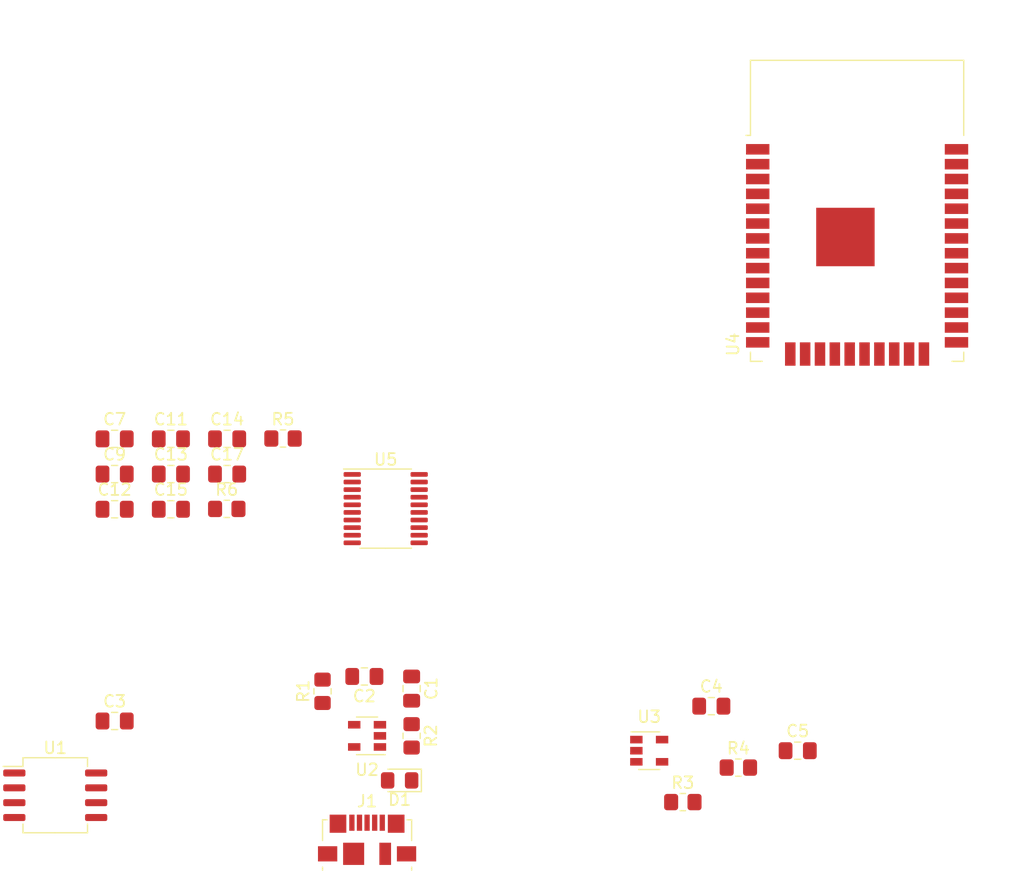
<source format=kicad_pcb>
(kicad_pcb (version 20171130) (host pcbnew "(5.1.7)-1")

  (general
    (thickness 1.6)
    (drawings 0)
    (tracks 0)
    (zones 0)
    (modules 26)
    (nets 61)
  )

  (page A4)
  (layers
    (0 F.Cu signal)
    (31 B.Cu signal)
    (32 B.Adhes user)
    (33 F.Adhes user hide)
    (34 B.Paste user)
    (35 F.Paste user hide)
    (36 B.SilkS user)
    (37 F.SilkS user)
    (38 B.Mask user)
    (39 F.Mask user hide)
    (40 Dwgs.User user)
    (41 Cmts.User user)
    (42 Eco1.User user)
    (43 Eco2.User user)
    (44 Edge.Cuts user)
    (45 Margin user)
    (46 B.CrtYd user)
    (47 F.CrtYd user hide)
    (48 B.Fab user)
    (49 F.Fab user hide)
  )

  (setup
    (last_trace_width 0.25)
    (trace_clearance 0.2)
    (zone_clearance 0.508)
    (zone_45_only no)
    (trace_min 0.2)
    (via_size 0.8)
    (via_drill 0.4)
    (via_min_size 0.4)
    (via_min_drill 0.3)
    (uvia_size 0.3)
    (uvia_drill 0.1)
    (uvias_allowed no)
    (uvia_min_size 0.2)
    (uvia_min_drill 0.1)
    (edge_width 0.05)
    (segment_width 0.2)
    (pcb_text_width 0.3)
    (pcb_text_size 1.5 1.5)
    (mod_edge_width 0.12)
    (mod_text_size 1 1)
    (mod_text_width 0.15)
    (pad_size 1.8 1.8)
    (pad_drill 0.9)
    (pad_to_mask_clearance 0.05)
    (aux_axis_origin 0 0)
    (visible_elements 7FFFFFFF)
    (pcbplotparams
      (layerselection 0x010fc_ffffffff)
      (usegerberextensions false)
      (usegerberattributes true)
      (usegerberadvancedattributes true)
      (creategerberjobfile true)
      (excludeedgelayer true)
      (linewidth 0.100000)
      (plotframeref false)
      (viasonmask false)
      (mode 1)
      (useauxorigin false)
      (hpglpennumber 1)
      (hpglpenspeed 20)
      (hpglpendiameter 15.000000)
      (psnegative false)
      (psa4output false)
      (plotreference true)
      (plotvalue true)
      (plotinvisibletext false)
      (padsonsilk false)
      (subtractmaskfromsilk false)
      (outputformat 1)
      (mirror false)
      (drillshape 1)
      (scaleselection 1)
      (outputdirectory ""))
  )

  (net 0 "")
  (net 1 "Net-(R1-Pad1)")
  (net 2 "Net-(C2-Pad2)")
  (net 3 "Net-(C1-Pad1)")
  (net 4 -BATT)
  (net 5 "Net-(R2-Pad2)")
  (net 6 +3V3)
  (net 7 "Net-(R3-Pad2)")
  (net 8 VCC)
  (net 9 "Net-(D1-Pad1)")
  (net 10 "Net-(U1-Pad4)")
  (net 11 "Net-(U1-Pad3)")
  (net 12 "Net-(U1-Pad2)")
  (net 13 "Net-(J1-Pad4)")
  (net 14 "Net-(J1-Pad3)")
  (net 15 "Net-(J1-Pad2)")
  (net 16 "Net-(LS1-Pad2)")
  (net 17 "Net-(LS1-Pad1)")
  (net 18 "Net-(U4-Pad37)")
  (net 19 "Net-(U4-Pad36)")
  (net 20 "Net-(U4-Pad35)")
  (net 21 "Net-(U4-Pad34)")
  (net 22 "Net-(U4-Pad33)")
  (net 23 "Net-(U4-Pad32)")
  (net 24 "Net-(U4-Pad31)")
  (net 25 "Net-(U4-Pad30)")
  (net 26 "Net-(U4-Pad29)")
  (net 27 "Net-(U4-Pad28)")
  (net 28 "Net-(U4-Pad27)")
  (net 29 "Net-(U4-Pad26)")
  (net 30 "Net-(U4-Pad25)")
  (net 31 "Net-(U4-Pad24)")
  (net 32 "Net-(U4-Pad23)")
  (net 33 "Net-(U4-Pad22)")
  (net 34 "Net-(U4-Pad21)")
  (net 35 "Net-(U4-Pad20)")
  (net 36 "Net-(U4-Pad19)")
  (net 37 "Net-(U4-Pad18)")
  (net 38 "Net-(U4-Pad17)")
  (net 39 "Net-(U4-Pad16)")
  (net 40 "Net-(U4-Pad14)")
  (net 41 "Net-(U4-Pad13)")
  (net 42 "Net-(U4-Pad12)")
  (net 43 "Net-(U4-Pad11)")
  (net 44 "Net-(U4-Pad10)")
  (net 45 "Net-(U4-Pad9)")
  (net 46 "Net-(U4-Pad8)")
  (net 47 "Net-(U4-Pad7)")
  (net 48 "Net-(U4-Pad6)")
  (net 49 "Net-(U4-Pad5)")
  (net 50 "Net-(U4-Pad4)")
  (net 51 "Net-(U4-Pad3)")
  (net 52 "Net-(U5-Pad12)")
  (net 53 "Net-(C12-Pad2)")
  (net 54 "Net-(C12-Pad1)")
  (net 55 "Net-(C13-Pad2)")
  (net 56 "Net-(C14-Pad2)")
  (net 57 LEFT)
  (net 58 RIGHT)
  (net 59 "Net-(R5-Pad2)")
  (net 60 "Net-(R6-Pad2)")

  (net_class Default "This is the default net class."
    (clearance 0.2)
    (trace_width 0.25)
    (via_dia 0.8)
    (via_drill 0.4)
    (uvia_dia 0.3)
    (uvia_drill 0.1)
    (add_net +3V3)
    (add_net -BATT)
    (add_net LEFT)
    (add_net "Net-(C1-Pad1)")
    (add_net "Net-(C12-Pad1)")
    (add_net "Net-(C12-Pad2)")
    (add_net "Net-(C13-Pad2)")
    (add_net "Net-(C14-Pad2)")
    (add_net "Net-(C2-Pad2)")
    (add_net "Net-(D1-Pad1)")
    (add_net "Net-(J1-Pad2)")
    (add_net "Net-(J1-Pad3)")
    (add_net "Net-(J1-Pad4)")
    (add_net "Net-(LS1-Pad1)")
    (add_net "Net-(LS1-Pad2)")
    (add_net "Net-(R1-Pad1)")
    (add_net "Net-(R2-Pad2)")
    (add_net "Net-(R3-Pad2)")
    (add_net "Net-(R5-Pad2)")
    (add_net "Net-(R6-Pad2)")
    (add_net "Net-(U1-Pad2)")
    (add_net "Net-(U1-Pad3)")
    (add_net "Net-(U1-Pad4)")
    (add_net "Net-(U4-Pad10)")
    (add_net "Net-(U4-Pad11)")
    (add_net "Net-(U4-Pad12)")
    (add_net "Net-(U4-Pad13)")
    (add_net "Net-(U4-Pad14)")
    (add_net "Net-(U4-Pad16)")
    (add_net "Net-(U4-Pad17)")
    (add_net "Net-(U4-Pad18)")
    (add_net "Net-(U4-Pad19)")
    (add_net "Net-(U4-Pad20)")
    (add_net "Net-(U4-Pad21)")
    (add_net "Net-(U4-Pad22)")
    (add_net "Net-(U4-Pad23)")
    (add_net "Net-(U4-Pad24)")
    (add_net "Net-(U4-Pad25)")
    (add_net "Net-(U4-Pad26)")
    (add_net "Net-(U4-Pad27)")
    (add_net "Net-(U4-Pad28)")
    (add_net "Net-(U4-Pad29)")
    (add_net "Net-(U4-Pad3)")
    (add_net "Net-(U4-Pad30)")
    (add_net "Net-(U4-Pad31)")
    (add_net "Net-(U4-Pad32)")
    (add_net "Net-(U4-Pad33)")
    (add_net "Net-(U4-Pad34)")
    (add_net "Net-(U4-Pad35)")
    (add_net "Net-(U4-Pad36)")
    (add_net "Net-(U4-Pad37)")
    (add_net "Net-(U4-Pad4)")
    (add_net "Net-(U4-Pad5)")
    (add_net "Net-(U4-Pad6)")
    (add_net "Net-(U4-Pad7)")
    (add_net "Net-(U4-Pad8)")
    (add_net "Net-(U4-Pad9)")
    (add_net "Net-(U5-Pad12)")
    (add_net RIGHT)
    (add_net VCC)
  )

  (module Resistor_SMD:R_0805_2012Metric_Pad1.20x1.40mm_HandSolder (layer F.Cu) (tedit 5F68FEEE) (tstamp 5FD860FA)
    (at 131.51 70.76)
    (descr "Resistor SMD 0805 (2012 Metric), square (rectangular) end terminal, IPC_7351 nominal with elongated pad for handsoldering. (Body size source: IPC-SM-782 page 72, https://www.pcb-3d.com/wordpress/wp-content/uploads/ipc-sm-782a_amendment_1_and_2.pdf), generated with kicad-footprint-generator")
    (tags "resistor handsolder")
    (path /5FB71B01)
    (attr smd)
    (fp_text reference R6 (at 0 -1.65) (layer F.SilkS)
      (effects (font (size 1 1) (thickness 0.15)))
    )
    (fp_text value 470 (at 0 1.65) (layer F.Fab)
      (effects (font (size 1 1) (thickness 0.15)))
    )
    (fp_text user %R (at 0 0) (layer F.Fab)
      (effects (font (size 0.5 0.5) (thickness 0.08)))
    )
    (fp_line (start -1 0.625) (end -1 -0.625) (layer F.Fab) (width 0.1))
    (fp_line (start -1 -0.625) (end 1 -0.625) (layer F.Fab) (width 0.1))
    (fp_line (start 1 -0.625) (end 1 0.625) (layer F.Fab) (width 0.1))
    (fp_line (start 1 0.625) (end -1 0.625) (layer F.Fab) (width 0.1))
    (fp_line (start -0.227064 -0.735) (end 0.227064 -0.735) (layer F.SilkS) (width 0.12))
    (fp_line (start -0.227064 0.735) (end 0.227064 0.735) (layer F.SilkS) (width 0.12))
    (fp_line (start -1.85 0.95) (end -1.85 -0.95) (layer F.CrtYd) (width 0.05))
    (fp_line (start -1.85 -0.95) (end 1.85 -0.95) (layer F.CrtYd) (width 0.05))
    (fp_line (start 1.85 -0.95) (end 1.85 0.95) (layer F.CrtYd) (width 0.05))
    (fp_line (start 1.85 0.95) (end -1.85 0.95) (layer F.CrtYd) (width 0.05))
    (pad 2 smd roundrect (at 1 0) (size 1.2 1.4) (layers F.Cu F.Paste F.Mask) (roundrect_rratio 0.208333)
      (net 60 "Net-(R6-Pad2)"))
    (pad 1 smd roundrect (at -1 0) (size 1.2 1.4) (layers F.Cu F.Paste F.Mask) (roundrect_rratio 0.208333)
      (net 58 RIGHT))
    (model ${KISYS3DMOD}/Resistor_SMD.3dshapes/R_0805_2012Metric.wrl
      (at (xyz 0 0 0))
      (scale (xyz 1 1 1))
      (rotate (xyz 0 0 0))
    )
  )

  (module Resistor_SMD:R_0805_2012Metric_Pad1.20x1.40mm_HandSolder (layer F.Cu) (tedit 5F68FEEE) (tstamp 5FD860E9)
    (at 136.32 64.74)
    (descr "Resistor SMD 0805 (2012 Metric), square (rectangular) end terminal, IPC_7351 nominal with elongated pad for handsoldering. (Body size source: IPC-SM-782 page 72, https://www.pcb-3d.com/wordpress/wp-content/uploads/ipc-sm-782a_amendment_1_and_2.pdf), generated with kicad-footprint-generator")
    (tags "resistor handsolder")
    (path /5FB7105C)
    (attr smd)
    (fp_text reference R5 (at 0 -1.65) (layer F.SilkS)
      (effects (font (size 1 1) (thickness 0.15)))
    )
    (fp_text value 470 (at 0 1.65) (layer F.Fab)
      (effects (font (size 1 1) (thickness 0.15)))
    )
    (fp_text user %R (at 0 0) (layer F.Fab)
      (effects (font (size 0.5 0.5) (thickness 0.08)))
    )
    (fp_line (start -1 0.625) (end -1 -0.625) (layer F.Fab) (width 0.1))
    (fp_line (start -1 -0.625) (end 1 -0.625) (layer F.Fab) (width 0.1))
    (fp_line (start 1 -0.625) (end 1 0.625) (layer F.Fab) (width 0.1))
    (fp_line (start 1 0.625) (end -1 0.625) (layer F.Fab) (width 0.1))
    (fp_line (start -0.227064 -0.735) (end 0.227064 -0.735) (layer F.SilkS) (width 0.12))
    (fp_line (start -0.227064 0.735) (end 0.227064 0.735) (layer F.SilkS) (width 0.12))
    (fp_line (start -1.85 0.95) (end -1.85 -0.95) (layer F.CrtYd) (width 0.05))
    (fp_line (start -1.85 -0.95) (end 1.85 -0.95) (layer F.CrtYd) (width 0.05))
    (fp_line (start 1.85 -0.95) (end 1.85 0.95) (layer F.CrtYd) (width 0.05))
    (fp_line (start 1.85 0.95) (end -1.85 0.95) (layer F.CrtYd) (width 0.05))
    (pad 2 smd roundrect (at 1 0) (size 1.2 1.4) (layers F.Cu F.Paste F.Mask) (roundrect_rratio 0.208333)
      (net 59 "Net-(R5-Pad2)"))
    (pad 1 smd roundrect (at -1 0) (size 1.2 1.4) (layers F.Cu F.Paste F.Mask) (roundrect_rratio 0.208333)
      (net 57 LEFT))
    (model ${KISYS3DMOD}/Resistor_SMD.3dshapes/R_0805_2012Metric.wrl
      (at (xyz 0 0 0))
      (scale (xyz 1 1 1))
      (rotate (xyz 0 0 0))
    )
  )

  (module Capacitor_SMD:C_0805_2012Metric_Pad1.18x1.45mm_HandSolder (layer F.Cu) (tedit 5F68FEEF) (tstamp 5FD85FF6)
    (at 131.54 67.78)
    (descr "Capacitor SMD 0805 (2012 Metric), square (rectangular) end terminal, IPC_7351 nominal with elongated pad for handsoldering. (Body size source: IPC-SM-782 page 76, https://www.pcb-3d.com/wordpress/wp-content/uploads/ipc-sm-782a_amendment_1_and_2.pdf, https://docs.google.com/spreadsheets/d/1BsfQQcO9C6DZCsRaXUlFlo91Tg2WpOkGARC1WS5S8t0/edit?usp=sharing), generated with kicad-footprint-generator")
    (tags "capacitor handsolder")
    (path /5FB7A4B0)
    (attr smd)
    (fp_text reference C17 (at 0 -1.68) (layer F.SilkS)
      (effects (font (size 1 1) (thickness 0.15)))
    )
    (fp_text value "2.2 nf" (at 0 1.68) (layer F.Fab)
      (effects (font (size 1 1) (thickness 0.15)))
    )
    (fp_text user %R (at 0 0) (layer F.Fab)
      (effects (font (size 0.5 0.5) (thickness 0.08)))
    )
    (fp_line (start -1 0.625) (end -1 -0.625) (layer F.Fab) (width 0.1))
    (fp_line (start -1 -0.625) (end 1 -0.625) (layer F.Fab) (width 0.1))
    (fp_line (start 1 -0.625) (end 1 0.625) (layer F.Fab) (width 0.1))
    (fp_line (start 1 0.625) (end -1 0.625) (layer F.Fab) (width 0.1))
    (fp_line (start -0.261252 -0.735) (end 0.261252 -0.735) (layer F.SilkS) (width 0.12))
    (fp_line (start -0.261252 0.735) (end 0.261252 0.735) (layer F.SilkS) (width 0.12))
    (fp_line (start -1.88 0.98) (end -1.88 -0.98) (layer F.CrtYd) (width 0.05))
    (fp_line (start -1.88 -0.98) (end 1.88 -0.98) (layer F.CrtYd) (width 0.05))
    (fp_line (start 1.88 -0.98) (end 1.88 0.98) (layer F.CrtYd) (width 0.05))
    (fp_line (start 1.88 0.98) (end -1.88 0.98) (layer F.CrtYd) (width 0.05))
    (pad 2 smd roundrect (at 1.0375 0) (size 1.175 1.45) (layers F.Cu F.Paste F.Mask) (roundrect_rratio 0.212766)
      (net 58 RIGHT))
    (pad 1 smd roundrect (at -1.0375 0) (size 1.175 1.45) (layers F.Cu F.Paste F.Mask) (roundrect_rratio 0.212766)
      (net 4 -BATT))
    (model ${KISYS3DMOD}/Capacitor_SMD.3dshapes/C_0805_2012Metric.wrl
      (at (xyz 0 0 0))
      (scale (xyz 1 1 1))
      (rotate (xyz 0 0 0))
    )
  )

  (module Capacitor_SMD:C_0805_2012Metric_Pad1.18x1.45mm_HandSolder (layer F.Cu) (tedit 5F68FEEF) (tstamp 5FD85FE5)
    (at 126.73 70.79)
    (descr "Capacitor SMD 0805 (2012 Metric), square (rectangular) end terminal, IPC_7351 nominal with elongated pad for handsoldering. (Body size source: IPC-SM-782 page 76, https://www.pcb-3d.com/wordpress/wp-content/uploads/ipc-sm-782a_amendment_1_and_2.pdf, https://docs.google.com/spreadsheets/d/1BsfQQcO9C6DZCsRaXUlFlo91Tg2WpOkGARC1WS5S8t0/edit?usp=sharing), generated with kicad-footprint-generator")
    (tags "capacitor handsolder")
    (path /5FB7E7B7)
    (attr smd)
    (fp_text reference C15 (at 0 -1.68) (layer F.SilkS)
      (effects (font (size 1 1) (thickness 0.15)))
    )
    (fp_text value "2.2 nf" (at 0 1.68) (layer F.Fab)
      (effects (font (size 1 1) (thickness 0.15)))
    )
    (fp_text user %R (at 0 0) (layer F.Fab)
      (effects (font (size 0.5 0.5) (thickness 0.08)))
    )
    (fp_line (start -1 0.625) (end -1 -0.625) (layer F.Fab) (width 0.1))
    (fp_line (start -1 -0.625) (end 1 -0.625) (layer F.Fab) (width 0.1))
    (fp_line (start 1 -0.625) (end 1 0.625) (layer F.Fab) (width 0.1))
    (fp_line (start 1 0.625) (end -1 0.625) (layer F.Fab) (width 0.1))
    (fp_line (start -0.261252 -0.735) (end 0.261252 -0.735) (layer F.SilkS) (width 0.12))
    (fp_line (start -0.261252 0.735) (end 0.261252 0.735) (layer F.SilkS) (width 0.12))
    (fp_line (start -1.88 0.98) (end -1.88 -0.98) (layer F.CrtYd) (width 0.05))
    (fp_line (start -1.88 -0.98) (end 1.88 -0.98) (layer F.CrtYd) (width 0.05))
    (fp_line (start 1.88 -0.98) (end 1.88 0.98) (layer F.CrtYd) (width 0.05))
    (fp_line (start 1.88 0.98) (end -1.88 0.98) (layer F.CrtYd) (width 0.05))
    (pad 2 smd roundrect (at 1.0375 0) (size 1.175 1.45) (layers F.Cu F.Paste F.Mask) (roundrect_rratio 0.212766)
      (net 4 -BATT))
    (pad 1 smd roundrect (at -1.0375 0) (size 1.175 1.45) (layers F.Cu F.Paste F.Mask) (roundrect_rratio 0.212766)
      (net 57 LEFT))
    (model ${KISYS3DMOD}/Capacitor_SMD.3dshapes/C_0805_2012Metric.wrl
      (at (xyz 0 0 0))
      (scale (xyz 1 1 1))
      (rotate (xyz 0 0 0))
    )
  )

  (module Capacitor_SMD:C_0805_2012Metric_Pad1.18x1.45mm_HandSolder (layer F.Cu) (tedit 5F68FEEF) (tstamp 5FD85FD4)
    (at 131.54 64.77)
    (descr "Capacitor SMD 0805 (2012 Metric), square (rectangular) end terminal, IPC_7351 nominal with elongated pad for handsoldering. (Body size source: IPC-SM-782 page 76, https://www.pcb-3d.com/wordpress/wp-content/uploads/ipc-sm-782a_amendment_1_and_2.pdf, https://docs.google.com/spreadsheets/d/1BsfQQcO9C6DZCsRaXUlFlo91Tg2WpOkGARC1WS5S8t0/edit?usp=sharing), generated with kicad-footprint-generator")
    (tags "capacitor handsolder")
    (path /5FDA53C4)
    (attr smd)
    (fp_text reference C14 (at 0 -1.68) (layer F.SilkS)
      (effects (font (size 1 1) (thickness 0.15)))
    )
    (fp_text value "0.1 uf" (at 0 1.68) (layer F.Fab)
      (effects (font (size 1 1) (thickness 0.15)))
    )
    (fp_text user %R (at 0 0) (layer F.Fab)
      (effects (font (size 0.5 0.5) (thickness 0.08)))
    )
    (fp_line (start -1 0.625) (end -1 -0.625) (layer F.Fab) (width 0.1))
    (fp_line (start -1 -0.625) (end 1 -0.625) (layer F.Fab) (width 0.1))
    (fp_line (start 1 -0.625) (end 1 0.625) (layer F.Fab) (width 0.1))
    (fp_line (start 1 0.625) (end -1 0.625) (layer F.Fab) (width 0.1))
    (fp_line (start -0.261252 -0.735) (end 0.261252 -0.735) (layer F.SilkS) (width 0.12))
    (fp_line (start -0.261252 0.735) (end 0.261252 0.735) (layer F.SilkS) (width 0.12))
    (fp_line (start -1.88 0.98) (end -1.88 -0.98) (layer F.CrtYd) (width 0.05))
    (fp_line (start -1.88 -0.98) (end 1.88 -0.98) (layer F.CrtYd) (width 0.05))
    (fp_line (start 1.88 -0.98) (end 1.88 0.98) (layer F.CrtYd) (width 0.05))
    (fp_line (start 1.88 0.98) (end -1.88 0.98) (layer F.CrtYd) (width 0.05))
    (pad 2 smd roundrect (at 1.0375 0) (size 1.175 1.45) (layers F.Cu F.Paste F.Mask) (roundrect_rratio 0.212766)
      (net 56 "Net-(C14-Pad2)"))
    (pad 1 smd roundrect (at -1.0375 0) (size 1.175 1.45) (layers F.Cu F.Paste F.Mask) (roundrect_rratio 0.212766)
      (net 4 -BATT))
    (model ${KISYS3DMOD}/Capacitor_SMD.3dshapes/C_0805_2012Metric.wrl
      (at (xyz 0 0 0))
      (scale (xyz 1 1 1))
      (rotate (xyz 0 0 0))
    )
  )

  (module Capacitor_SMD:C_0805_2012Metric_Pad1.18x1.45mm_HandSolder (layer F.Cu) (tedit 5F68FEEF) (tstamp 5FD85FC3)
    (at 126.73 67.78)
    (descr "Capacitor SMD 0805 (2012 Metric), square (rectangular) end terminal, IPC_7351 nominal with elongated pad for handsoldering. (Body size source: IPC-SM-782 page 76, https://www.pcb-3d.com/wordpress/wp-content/uploads/ipc-sm-782a_amendment_1_and_2.pdf, https://docs.google.com/spreadsheets/d/1BsfQQcO9C6DZCsRaXUlFlo91Tg2WpOkGARC1WS5S8t0/edit?usp=sharing), generated with kicad-footprint-generator")
    (tags "capacitor handsolder")
    (path /5FB691B9)
    (attr smd)
    (fp_text reference C13 (at 0 -1.68) (layer F.SilkS)
      (effects (font (size 1 1) (thickness 0.15)))
    )
    (fp_text value "2.2 uf" (at 0 1.68) (layer F.Fab)
      (effects (font (size 1 1) (thickness 0.15)))
    )
    (fp_text user %R (at 0 0) (layer F.Fab)
      (effects (font (size 0.5 0.5) (thickness 0.08)))
    )
    (fp_line (start -1 0.625) (end -1 -0.625) (layer F.Fab) (width 0.1))
    (fp_line (start -1 -0.625) (end 1 -0.625) (layer F.Fab) (width 0.1))
    (fp_line (start 1 -0.625) (end 1 0.625) (layer F.Fab) (width 0.1))
    (fp_line (start 1 0.625) (end -1 0.625) (layer F.Fab) (width 0.1))
    (fp_line (start -0.261252 -0.735) (end 0.261252 -0.735) (layer F.SilkS) (width 0.12))
    (fp_line (start -0.261252 0.735) (end 0.261252 0.735) (layer F.SilkS) (width 0.12))
    (fp_line (start -1.88 0.98) (end -1.88 -0.98) (layer F.CrtYd) (width 0.05))
    (fp_line (start -1.88 -0.98) (end 1.88 -0.98) (layer F.CrtYd) (width 0.05))
    (fp_line (start 1.88 -0.98) (end 1.88 0.98) (layer F.CrtYd) (width 0.05))
    (fp_line (start 1.88 0.98) (end -1.88 0.98) (layer F.CrtYd) (width 0.05))
    (pad 2 smd roundrect (at 1.0375 0) (size 1.175 1.45) (layers F.Cu F.Paste F.Mask) (roundrect_rratio 0.212766)
      (net 55 "Net-(C13-Pad2)"))
    (pad 1 smd roundrect (at -1.0375 0) (size 1.175 1.45) (layers F.Cu F.Paste F.Mask) (roundrect_rratio 0.212766)
      (net 4 -BATT))
    (model ${KISYS3DMOD}/Capacitor_SMD.3dshapes/C_0805_2012Metric.wrl
      (at (xyz 0 0 0))
      (scale (xyz 1 1 1))
      (rotate (xyz 0 0 0))
    )
  )

  (module Capacitor_SMD:C_0805_2012Metric_Pad1.18x1.45mm_HandSolder (layer F.Cu) (tedit 5F68FEEF) (tstamp 5FD85FB2)
    (at 121.92 70.79)
    (descr "Capacitor SMD 0805 (2012 Metric), square (rectangular) end terminal, IPC_7351 nominal with elongated pad for handsoldering. (Body size source: IPC-SM-782 page 76, https://www.pcb-3d.com/wordpress/wp-content/uploads/ipc-sm-782a_amendment_1_and_2.pdf, https://docs.google.com/spreadsheets/d/1BsfQQcO9C6DZCsRaXUlFlo91Tg2WpOkGARC1WS5S8t0/edit?usp=sharing), generated with kicad-footprint-generator")
    (tags "capacitor handsolder")
    (path /5FB5E305)
    (attr smd)
    (fp_text reference C12 (at 0 -1.68) (layer F.SilkS)
      (effects (font (size 1 1) (thickness 0.15)))
    )
    (fp_text value "2.2 uf" (at 0 1.68) (layer F.Fab)
      (effects (font (size 1 1) (thickness 0.15)))
    )
    (fp_text user %R (at 0 0) (layer F.Fab)
      (effects (font (size 0.5 0.5) (thickness 0.08)))
    )
    (fp_line (start -1 0.625) (end -1 -0.625) (layer F.Fab) (width 0.1))
    (fp_line (start -1 -0.625) (end 1 -0.625) (layer F.Fab) (width 0.1))
    (fp_line (start 1 -0.625) (end 1 0.625) (layer F.Fab) (width 0.1))
    (fp_line (start 1 0.625) (end -1 0.625) (layer F.Fab) (width 0.1))
    (fp_line (start -0.261252 -0.735) (end 0.261252 -0.735) (layer F.SilkS) (width 0.12))
    (fp_line (start -0.261252 0.735) (end 0.261252 0.735) (layer F.SilkS) (width 0.12))
    (fp_line (start -1.88 0.98) (end -1.88 -0.98) (layer F.CrtYd) (width 0.05))
    (fp_line (start -1.88 -0.98) (end 1.88 -0.98) (layer F.CrtYd) (width 0.05))
    (fp_line (start 1.88 -0.98) (end 1.88 0.98) (layer F.CrtYd) (width 0.05))
    (fp_line (start 1.88 0.98) (end -1.88 0.98) (layer F.CrtYd) (width 0.05))
    (pad 2 smd roundrect (at 1.0375 0) (size 1.175 1.45) (layers F.Cu F.Paste F.Mask) (roundrect_rratio 0.212766)
      (net 53 "Net-(C12-Pad2)"))
    (pad 1 smd roundrect (at -1.0375 0) (size 1.175 1.45) (layers F.Cu F.Paste F.Mask) (roundrect_rratio 0.212766)
      (net 54 "Net-(C12-Pad1)"))
    (model ${KISYS3DMOD}/Capacitor_SMD.3dshapes/C_0805_2012Metric.wrl
      (at (xyz 0 0 0))
      (scale (xyz 1 1 1))
      (rotate (xyz 0 0 0))
    )
  )

  (module Capacitor_SMD:C_0805_2012Metric_Pad1.18x1.45mm_HandSolder (layer F.Cu) (tedit 5F68FEEF) (tstamp 5FD85FA1)
    (at 126.73 64.77)
    (descr "Capacitor SMD 0805 (2012 Metric), square (rectangular) end terminal, IPC_7351 nominal with elongated pad for handsoldering. (Body size source: IPC-SM-782 page 76, https://www.pcb-3d.com/wordpress/wp-content/uploads/ipc-sm-782a_amendment_1_and_2.pdf, https://docs.google.com/spreadsheets/d/1BsfQQcO9C6DZCsRaXUlFlo91Tg2WpOkGARC1WS5S8t0/edit?usp=sharing), generated with kicad-footprint-generator")
    (tags "capacitor handsolder")
    (path /5FE08E76)
    (attr smd)
    (fp_text reference C11 (at 0 -1.68) (layer F.SilkS)
      (effects (font (size 1 1) (thickness 0.15)))
    )
    (fp_text value ".1 uf" (at 0 1.68) (layer F.Fab)
      (effects (font (size 1 1) (thickness 0.15)))
    )
    (fp_text user %R (at 0 0) (layer F.Fab)
      (effects (font (size 0.5 0.5) (thickness 0.08)))
    )
    (fp_line (start -1 0.625) (end -1 -0.625) (layer F.Fab) (width 0.1))
    (fp_line (start -1 -0.625) (end 1 -0.625) (layer F.Fab) (width 0.1))
    (fp_line (start 1 -0.625) (end 1 0.625) (layer F.Fab) (width 0.1))
    (fp_line (start 1 0.625) (end -1 0.625) (layer F.Fab) (width 0.1))
    (fp_line (start -0.261252 -0.735) (end 0.261252 -0.735) (layer F.SilkS) (width 0.12))
    (fp_line (start -0.261252 0.735) (end 0.261252 0.735) (layer F.SilkS) (width 0.12))
    (fp_line (start -1.88 0.98) (end -1.88 -0.98) (layer F.CrtYd) (width 0.05))
    (fp_line (start -1.88 -0.98) (end 1.88 -0.98) (layer F.CrtYd) (width 0.05))
    (fp_line (start 1.88 -0.98) (end 1.88 0.98) (layer F.CrtYd) (width 0.05))
    (fp_line (start 1.88 0.98) (end -1.88 0.98) (layer F.CrtYd) (width 0.05))
    (pad 2 smd roundrect (at 1.0375 0) (size 1.175 1.45) (layers F.Cu F.Paste F.Mask) (roundrect_rratio 0.212766)
      (net 6 +3V3))
    (pad 1 smd roundrect (at -1.0375 0) (size 1.175 1.45) (layers F.Cu F.Paste F.Mask) (roundrect_rratio 0.212766)
      (net 4 -BATT))
    (model ${KISYS3DMOD}/Capacitor_SMD.3dshapes/C_0805_2012Metric.wrl
      (at (xyz 0 0 0))
      (scale (xyz 1 1 1))
      (rotate (xyz 0 0 0))
    )
  )

  (module Capacitor_SMD:C_0805_2012Metric_Pad1.18x1.45mm_HandSolder (layer F.Cu) (tedit 5F68FEEF) (tstamp 5FD85F90)
    (at 121.92 67.78)
    (descr "Capacitor SMD 0805 (2012 Metric), square (rectangular) end terminal, IPC_7351 nominal with elongated pad for handsoldering. (Body size source: IPC-SM-782 page 76, https://www.pcb-3d.com/wordpress/wp-content/uploads/ipc-sm-782a_amendment_1_and_2.pdf, https://docs.google.com/spreadsheets/d/1BsfQQcO9C6DZCsRaXUlFlo91Tg2WpOkGARC1WS5S8t0/edit?usp=sharing), generated with kicad-footprint-generator")
    (tags "capacitor handsolder")
    (path /5FDF1601)
    (attr smd)
    (fp_text reference C9 (at 0 -1.68) (layer F.SilkS)
      (effects (font (size 1 1) (thickness 0.15)))
    )
    (fp_text value ".1 uf" (at 0 1.68) (layer F.Fab)
      (effects (font (size 1 1) (thickness 0.15)))
    )
    (fp_text user %R (at 0 0) (layer F.Fab)
      (effects (font (size 0.5 0.5) (thickness 0.08)))
    )
    (fp_line (start -1 0.625) (end -1 -0.625) (layer F.Fab) (width 0.1))
    (fp_line (start -1 -0.625) (end 1 -0.625) (layer F.Fab) (width 0.1))
    (fp_line (start 1 -0.625) (end 1 0.625) (layer F.Fab) (width 0.1))
    (fp_line (start 1 0.625) (end -1 0.625) (layer F.Fab) (width 0.1))
    (fp_line (start -0.261252 -0.735) (end 0.261252 -0.735) (layer F.SilkS) (width 0.12))
    (fp_line (start -0.261252 0.735) (end 0.261252 0.735) (layer F.SilkS) (width 0.12))
    (fp_line (start -1.88 0.98) (end -1.88 -0.98) (layer F.CrtYd) (width 0.05))
    (fp_line (start -1.88 -0.98) (end 1.88 -0.98) (layer F.CrtYd) (width 0.05))
    (fp_line (start 1.88 -0.98) (end 1.88 0.98) (layer F.CrtYd) (width 0.05))
    (fp_line (start 1.88 0.98) (end -1.88 0.98) (layer F.CrtYd) (width 0.05))
    (pad 2 smd roundrect (at 1.0375 0) (size 1.175 1.45) (layers F.Cu F.Paste F.Mask) (roundrect_rratio 0.212766)
      (net 4 -BATT))
    (pad 1 smd roundrect (at -1.0375 0) (size 1.175 1.45) (layers F.Cu F.Paste F.Mask) (roundrect_rratio 0.212766)
      (net 6 +3V3))
    (model ${KISYS3DMOD}/Capacitor_SMD.3dshapes/C_0805_2012Metric.wrl
      (at (xyz 0 0 0))
      (scale (xyz 1 1 1))
      (rotate (xyz 0 0 0))
    )
  )

  (module Capacitor_SMD:C_0805_2012Metric_Pad1.18x1.45mm_HandSolder (layer F.Cu) (tedit 5F68FEEF) (tstamp 5FD85F7F)
    (at 121.92 64.77)
    (descr "Capacitor SMD 0805 (2012 Metric), square (rectangular) end terminal, IPC_7351 nominal with elongated pad for handsoldering. (Body size source: IPC-SM-782 page 76, https://www.pcb-3d.com/wordpress/wp-content/uploads/ipc-sm-782a_amendment_1_and_2.pdf, https://docs.google.com/spreadsheets/d/1BsfQQcO9C6DZCsRaXUlFlo91Tg2WpOkGARC1WS5S8t0/edit?usp=sharing), generated with kicad-footprint-generator")
    (tags "capacitor handsolder")
    (path /5FB39EAD)
    (attr smd)
    (fp_text reference C7 (at 0 -1.68) (layer F.SilkS)
      (effects (font (size 1 1) (thickness 0.15)))
    )
    (fp_text value ".1 uf" (at 0 1.68) (layer F.Fab)
      (effects (font (size 1 1) (thickness 0.15)))
    )
    (fp_text user %R (at 0 0) (layer F.Fab)
      (effects (font (size 0.5 0.5) (thickness 0.08)))
    )
    (fp_line (start -1 0.625) (end -1 -0.625) (layer F.Fab) (width 0.1))
    (fp_line (start -1 -0.625) (end 1 -0.625) (layer F.Fab) (width 0.1))
    (fp_line (start 1 -0.625) (end 1 0.625) (layer F.Fab) (width 0.1))
    (fp_line (start 1 0.625) (end -1 0.625) (layer F.Fab) (width 0.1))
    (fp_line (start -0.261252 -0.735) (end 0.261252 -0.735) (layer F.SilkS) (width 0.12))
    (fp_line (start -0.261252 0.735) (end 0.261252 0.735) (layer F.SilkS) (width 0.12))
    (fp_line (start -1.88 0.98) (end -1.88 -0.98) (layer F.CrtYd) (width 0.05))
    (fp_line (start -1.88 -0.98) (end 1.88 -0.98) (layer F.CrtYd) (width 0.05))
    (fp_line (start 1.88 -0.98) (end 1.88 0.98) (layer F.CrtYd) (width 0.05))
    (fp_line (start 1.88 0.98) (end -1.88 0.98) (layer F.CrtYd) (width 0.05))
    (pad 2 smd roundrect (at 1.0375 0) (size 1.175 1.45) (layers F.Cu F.Paste F.Mask) (roundrect_rratio 0.212766)
      (net 4 -BATT))
    (pad 1 smd roundrect (at -1.0375 0) (size 1.175 1.45) (layers F.Cu F.Paste F.Mask) (roundrect_rratio 0.212766)
      (net 6 +3V3))
    (model ${KISYS3DMOD}/Capacitor_SMD.3dshapes/C_0805_2012Metric.wrl
      (at (xyz 0 0 0))
      (scale (xyz 1 1 1))
      (rotate (xyz 0 0 0))
    )
  )

  (module Resistor_SMD:R_0805_2012Metric_Pad1.20x1.40mm_HandSolder (layer F.Cu) (tedit 5F68FEEE) (tstamp 5F8F9CCA)
    (at 175.265001 92.885001)
    (descr "Resistor SMD 0805 (2012 Metric), square (rectangular) end terminal, IPC_7351 nominal with elongated pad for handsoldering. (Body size source: IPC-SM-782 page 72, https://www.pcb-3d.com/wordpress/wp-content/uploads/ipc-sm-782a_amendment_1_and_2.pdf), generated with kicad-footprint-generator")
    (tags "resistor handsolder")
    (path /5EE1CFD8)
    (attr smd)
    (fp_text reference R4 (at 0 -1.65) (layer F.SilkS)
      (effects (font (size 1 1) (thickness 0.15)))
    )
    (fp_text value 2k (at 0 1.65) (layer F.Fab)
      (effects (font (size 1 1) (thickness 0.15)))
    )
    (fp_line (start 1.85 0.95) (end -1.85 0.95) (layer F.CrtYd) (width 0.05))
    (fp_line (start 1.85 -0.95) (end 1.85 0.95) (layer F.CrtYd) (width 0.05))
    (fp_line (start -1.85 -0.95) (end 1.85 -0.95) (layer F.CrtYd) (width 0.05))
    (fp_line (start -1.85 0.95) (end -1.85 -0.95) (layer F.CrtYd) (width 0.05))
    (fp_line (start -0.227064 0.735) (end 0.227064 0.735) (layer F.SilkS) (width 0.12))
    (fp_line (start -0.227064 -0.735) (end 0.227064 -0.735) (layer F.SilkS) (width 0.12))
    (fp_line (start 1 0.625) (end -1 0.625) (layer F.Fab) (width 0.1))
    (fp_line (start 1 -0.625) (end 1 0.625) (layer F.Fab) (width 0.1))
    (fp_line (start -1 -0.625) (end 1 -0.625) (layer F.Fab) (width 0.1))
    (fp_line (start -1 0.625) (end -1 -0.625) (layer F.Fab) (width 0.1))
    (fp_text user %R (at 0 0) (layer F.Fab)
      (effects (font (size 0.5 0.5) (thickness 0.08)))
    )
    (pad 2 smd roundrect (at 1 0) (size 1.2 1.4) (layers F.Cu F.Paste F.Mask) (roundrect_rratio 0.208333)
      (net 4 -BATT))
    (pad 1 smd roundrect (at -1 0) (size 1.2 1.4) (layers F.Cu F.Paste F.Mask) (roundrect_rratio 0.208333)
      (net 7 "Net-(R3-Pad2)"))
    (model ${KISYS3DMOD}/Resistor_SMD.3dshapes/R_0805_2012Metric.wrl
      (at (xyz 0 0 0))
      (scale (xyz 1 1 1))
      (rotate (xyz 0 0 0))
    )
  )

  (module Resistor_SMD:R_0805_2012Metric_Pad1.20x1.40mm_HandSolder (layer F.Cu) (tedit 5F68FEEE) (tstamp 5F8F9CB9)
    (at 170.515001 95.835001)
    (descr "Resistor SMD 0805 (2012 Metric), square (rectangular) end terminal, IPC_7351 nominal with elongated pad for handsoldering. (Body size source: IPC-SM-782 page 72, https://www.pcb-3d.com/wordpress/wp-content/uploads/ipc-sm-782a_amendment_1_and_2.pdf), generated with kicad-footprint-generator")
    (tags "resistor handsolder")
    (path /5EE042F7)
    (attr smd)
    (fp_text reference R3 (at 0 -1.65) (layer F.SilkS)
      (effects (font (size 1 1) (thickness 0.15)))
    )
    (fp_text value 10k (at 0 1.65) (layer F.Fab)
      (effects (font (size 1 1) (thickness 0.15)))
    )
    (fp_line (start 1.85 0.95) (end -1.85 0.95) (layer F.CrtYd) (width 0.05))
    (fp_line (start 1.85 -0.95) (end 1.85 0.95) (layer F.CrtYd) (width 0.05))
    (fp_line (start -1.85 -0.95) (end 1.85 -0.95) (layer F.CrtYd) (width 0.05))
    (fp_line (start -1.85 0.95) (end -1.85 -0.95) (layer F.CrtYd) (width 0.05))
    (fp_line (start -0.227064 0.735) (end 0.227064 0.735) (layer F.SilkS) (width 0.12))
    (fp_line (start -0.227064 -0.735) (end 0.227064 -0.735) (layer F.SilkS) (width 0.12))
    (fp_line (start 1 0.625) (end -1 0.625) (layer F.Fab) (width 0.1))
    (fp_line (start 1 -0.625) (end 1 0.625) (layer F.Fab) (width 0.1))
    (fp_line (start -1 -0.625) (end 1 -0.625) (layer F.Fab) (width 0.1))
    (fp_line (start -1 0.625) (end -1 -0.625) (layer F.Fab) (width 0.1))
    (fp_text user %R (at 0 0) (layer F.Fab)
      (effects (font (size 0.5 0.5) (thickness 0.08)))
    )
    (pad 2 smd roundrect (at 1 0) (size 1.2 1.4) (layers F.Cu F.Paste F.Mask) (roundrect_rratio 0.208333)
      (net 7 "Net-(R3-Pad2)"))
    (pad 1 smd roundrect (at -1 0) (size 1.2 1.4) (layers F.Cu F.Paste F.Mask) (roundrect_rratio 0.208333)
      (net 6 +3V3))
    (model ${KISYS3DMOD}/Resistor_SMD.3dshapes/R_0805_2012Metric.wrl
      (at (xyz 0 0 0))
      (scale (xyz 1 1 1))
      (rotate (xyz 0 0 0))
    )
  )

  (module Resistor_SMD:R_0805_2012Metric_Pad1.20x1.40mm_HandSolder (layer F.Cu) (tedit 5F68FEEE) (tstamp 5F8F9CA8)
    (at 147.32 90.17 270)
    (descr "Resistor SMD 0805 (2012 Metric), square (rectangular) end terminal, IPC_7351 nominal with elongated pad for handsoldering. (Body size source: IPC-SM-782 page 72, https://www.pcb-3d.com/wordpress/wp-content/uploads/ipc-sm-782a_amendment_1_and_2.pdf), generated with kicad-footprint-generator")
    (tags "resistor handsolder")
    (path /5EBB4488)
    (attr smd)
    (fp_text reference R2 (at 0 -1.65 90) (layer F.SilkS)
      (effects (font (size 1 1) (thickness 0.15)))
    )
    (fp_text value 470 (at 0 1.65 90) (layer F.Fab)
      (effects (font (size 1 1) (thickness 0.15)))
    )
    (fp_line (start 1.85 0.95) (end -1.85 0.95) (layer F.CrtYd) (width 0.05))
    (fp_line (start 1.85 -0.95) (end 1.85 0.95) (layer F.CrtYd) (width 0.05))
    (fp_line (start -1.85 -0.95) (end 1.85 -0.95) (layer F.CrtYd) (width 0.05))
    (fp_line (start -1.85 0.95) (end -1.85 -0.95) (layer F.CrtYd) (width 0.05))
    (fp_line (start -0.227064 0.735) (end 0.227064 0.735) (layer F.SilkS) (width 0.12))
    (fp_line (start -0.227064 -0.735) (end 0.227064 -0.735) (layer F.SilkS) (width 0.12))
    (fp_line (start 1 0.625) (end -1 0.625) (layer F.Fab) (width 0.1))
    (fp_line (start 1 -0.625) (end 1 0.625) (layer F.Fab) (width 0.1))
    (fp_line (start -1 -0.625) (end 1 -0.625) (layer F.Fab) (width 0.1))
    (fp_line (start -1 0.625) (end -1 -0.625) (layer F.Fab) (width 0.1))
    (fp_text user %R (at 0 0 90) (layer F.Fab)
      (effects (font (size 0.5 0.5) (thickness 0.08)))
    )
    (pad 2 smd roundrect (at 1 0 270) (size 1.2 1.4) (layers F.Cu F.Paste F.Mask) (roundrect_rratio 0.208333)
      (net 5 "Net-(R2-Pad2)"))
    (pad 1 smd roundrect (at -1 0 270) (size 1.2 1.4) (layers F.Cu F.Paste F.Mask) (roundrect_rratio 0.208333)
      (net 9 "Net-(D1-Pad1)"))
    (model ${KISYS3DMOD}/Resistor_SMD.3dshapes/R_0805_2012Metric.wrl
      (at (xyz 0 0 0))
      (scale (xyz 1 1 1))
      (rotate (xyz 0 0 0))
    )
  )

  (module Resistor_SMD:R_0805_2012Metric_Pad1.20x1.40mm_HandSolder (layer F.Cu) (tedit 5F68FEEE) (tstamp 5F8F9C97)
    (at 139.7 86.36 90)
    (descr "Resistor SMD 0805 (2012 Metric), square (rectangular) end terminal, IPC_7351 nominal with elongated pad for handsoldering. (Body size source: IPC-SM-782 page 72, https://www.pcb-3d.com/wordpress/wp-content/uploads/ipc-sm-782a_amendment_1_and_2.pdf), generated with kicad-footprint-generator")
    (tags "resistor handsolder")
    (path /5EBB30CF)
    (attr smd)
    (fp_text reference R1 (at 0 -1.65 90) (layer F.SilkS)
      (effects (font (size 1 1) (thickness 0.15)))
    )
    (fp_text value 2k (at 0 1.65 90) (layer F.Fab)
      (effects (font (size 1 1) (thickness 0.15)))
    )
    (fp_line (start 1.85 0.95) (end -1.85 0.95) (layer F.CrtYd) (width 0.05))
    (fp_line (start 1.85 -0.95) (end 1.85 0.95) (layer F.CrtYd) (width 0.05))
    (fp_line (start -1.85 -0.95) (end 1.85 -0.95) (layer F.CrtYd) (width 0.05))
    (fp_line (start -1.85 0.95) (end -1.85 -0.95) (layer F.CrtYd) (width 0.05))
    (fp_line (start -0.227064 0.735) (end 0.227064 0.735) (layer F.SilkS) (width 0.12))
    (fp_line (start -0.227064 -0.735) (end 0.227064 -0.735) (layer F.SilkS) (width 0.12))
    (fp_line (start 1 0.625) (end -1 0.625) (layer F.Fab) (width 0.1))
    (fp_line (start 1 -0.625) (end 1 0.625) (layer F.Fab) (width 0.1))
    (fp_line (start -1 -0.625) (end 1 -0.625) (layer F.Fab) (width 0.1))
    (fp_line (start -1 0.625) (end -1 -0.625) (layer F.Fab) (width 0.1))
    (fp_text user %R (at 0 0 90) (layer F.Fab)
      (effects (font (size 0.5 0.5) (thickness 0.08)))
    )
    (pad 2 smd roundrect (at 1 0 90) (size 1.2 1.4) (layers F.Cu F.Paste F.Mask) (roundrect_rratio 0.208333)
      (net 4 -BATT))
    (pad 1 smd roundrect (at -1 0 90) (size 1.2 1.4) (layers F.Cu F.Paste F.Mask) (roundrect_rratio 0.208333)
      (net 1 "Net-(R1-Pad1)"))
    (model ${KISYS3DMOD}/Resistor_SMD.3dshapes/R_0805_2012Metric.wrl
      (at (xyz 0 0 0))
      (scale (xyz 1 1 1))
      (rotate (xyz 0 0 0))
    )
  )

  (module Capacitor_SMD:C_0805_2012Metric_Pad1.18x1.45mm_HandSolder (layer F.Cu) (tedit 5F68FEEF) (tstamp 5F8F9C04)
    (at 172.9525 87.63)
    (descr "Capacitor SMD 0805 (2012 Metric), square (rectangular) end terminal, IPC_7351 nominal with elongated pad for handsoldering. (Body size source: IPC-SM-782 page 76, https://www.pcb-3d.com/wordpress/wp-content/uploads/ipc-sm-782a_amendment_1_and_2.pdf, https://docs.google.com/spreadsheets/d/1BsfQQcO9C6DZCsRaXUlFlo91Tg2WpOkGARC1WS5S8t0/edit?usp=sharing), generated with kicad-footprint-generator")
    (tags "capacitor handsolder")
    (path /5EDFB374)
    (attr smd)
    (fp_text reference C4 (at 0 -1.68) (layer F.SilkS)
      (effects (font (size 1 1) (thickness 0.15)))
    )
    (fp_text value "4.7 uf" (at 0 1.68) (layer F.Fab)
      (effects (font (size 1 1) (thickness 0.15)))
    )
    (fp_line (start 1.88 0.98) (end -1.88 0.98) (layer F.CrtYd) (width 0.05))
    (fp_line (start 1.88 -0.98) (end 1.88 0.98) (layer F.CrtYd) (width 0.05))
    (fp_line (start -1.88 -0.98) (end 1.88 -0.98) (layer F.CrtYd) (width 0.05))
    (fp_line (start -1.88 0.98) (end -1.88 -0.98) (layer F.CrtYd) (width 0.05))
    (fp_line (start -0.261252 0.735) (end 0.261252 0.735) (layer F.SilkS) (width 0.12))
    (fp_line (start -0.261252 -0.735) (end 0.261252 -0.735) (layer F.SilkS) (width 0.12))
    (fp_line (start 1 0.625) (end -1 0.625) (layer F.Fab) (width 0.1))
    (fp_line (start 1 -0.625) (end 1 0.625) (layer F.Fab) (width 0.1))
    (fp_line (start -1 -0.625) (end 1 -0.625) (layer F.Fab) (width 0.1))
    (fp_line (start -1 0.625) (end -1 -0.625) (layer F.Fab) (width 0.1))
    (fp_text user %R (at 0 0) (layer F.Fab)
      (effects (font (size 0.5 0.5) (thickness 0.08)))
    )
    (pad 2 smd roundrect (at 1.0375 0) (size 1.175 1.45) (layers F.Cu F.Paste F.Mask) (roundrect_rratio 0.212766)
      (net 4 -BATT))
    (pad 1 smd roundrect (at -1.0375 0) (size 1.175 1.45) (layers F.Cu F.Paste F.Mask) (roundrect_rratio 0.212766)
      (net 8 VCC))
    (model ${KISYS3DMOD}/Capacitor_SMD.3dshapes/C_0805_2012Metric.wrl
      (at (xyz 0 0 0))
      (scale (xyz 1 1 1))
      (rotate (xyz 0 0 0))
    )
  )

  (module Capacitor_SMD:C_0805_2012Metric_Pad1.18x1.45mm_HandSolder (layer F.Cu) (tedit 5F68FEEF) (tstamp 5F8F9BF3)
    (at 121.92 88.9)
    (descr "Capacitor SMD 0805 (2012 Metric), square (rectangular) end terminal, IPC_7351 nominal with elongated pad for handsoldering. (Body size source: IPC-SM-782 page 76, https://www.pcb-3d.com/wordpress/wp-content/uploads/ipc-sm-782a_amendment_1_and_2.pdf, https://docs.google.com/spreadsheets/d/1BsfQQcO9C6DZCsRaXUlFlo91Tg2WpOkGARC1WS5S8t0/edit?usp=sharing), generated with kicad-footprint-generator")
    (tags "capacitor handsolder")
    (path /5EBC09BA)
    (attr smd)
    (fp_text reference C3 (at 0 -1.68) (layer F.SilkS)
      (effects (font (size 1 1) (thickness 0.15)))
    )
    (fp_text value "4.7 uf" (at 0 1.68) (layer F.Fab)
      (effects (font (size 1 1) (thickness 0.15)))
    )
    (fp_line (start 1.88 0.98) (end -1.88 0.98) (layer F.CrtYd) (width 0.05))
    (fp_line (start 1.88 -0.98) (end 1.88 0.98) (layer F.CrtYd) (width 0.05))
    (fp_line (start -1.88 -0.98) (end 1.88 -0.98) (layer F.CrtYd) (width 0.05))
    (fp_line (start -1.88 0.98) (end -1.88 -0.98) (layer F.CrtYd) (width 0.05))
    (fp_line (start -0.261252 0.735) (end 0.261252 0.735) (layer F.SilkS) (width 0.12))
    (fp_line (start -0.261252 -0.735) (end 0.261252 -0.735) (layer F.SilkS) (width 0.12))
    (fp_line (start 1 0.625) (end -1 0.625) (layer F.Fab) (width 0.1))
    (fp_line (start 1 -0.625) (end 1 0.625) (layer F.Fab) (width 0.1))
    (fp_line (start -1 -0.625) (end 1 -0.625) (layer F.Fab) (width 0.1))
    (fp_line (start -1 0.625) (end -1 -0.625) (layer F.Fab) (width 0.1))
    (fp_text user %R (at 0 0) (layer F.Fab)
      (effects (font (size 0.5 0.5) (thickness 0.08)))
    )
    (pad 2 smd roundrect (at 1.0375 0) (size 1.175 1.45) (layers F.Cu F.Paste F.Mask) (roundrect_rratio 0.212766)
      (net 4 -BATT))
    (pad 1 smd roundrect (at -1.0375 0) (size 1.175 1.45) (layers F.Cu F.Paste F.Mask) (roundrect_rratio 0.212766)
      (net 6 +3V3))
    (model ${KISYS3DMOD}/Capacitor_SMD.3dshapes/C_0805_2012Metric.wrl
      (at (xyz 0 0 0))
      (scale (xyz 1 1 1))
      (rotate (xyz 0 0 0))
    )
  )

  (module Capacitor_SMD:C_0805_2012Metric_Pad1.18x1.45mm_HandSolder (layer F.Cu) (tedit 5F68FEEF) (tstamp 5F8F9BE2)
    (at 143.2775 85.09 180)
    (descr "Capacitor SMD 0805 (2012 Metric), square (rectangular) end terminal, IPC_7351 nominal with elongated pad for handsoldering. (Body size source: IPC-SM-782 page 76, https://www.pcb-3d.com/wordpress/wp-content/uploads/ipc-sm-782a_amendment_1_and_2.pdf, https://docs.google.com/spreadsheets/d/1BsfQQcO9C6DZCsRaXUlFlo91Tg2WpOkGARC1WS5S8t0/edit?usp=sharing), generated with kicad-footprint-generator")
    (tags "capacitor handsolder")
    (path /5EBB851C)
    (attr smd)
    (fp_text reference C2 (at 0 -1.68) (layer F.SilkS)
      (effects (font (size 1 1) (thickness 0.15)))
    )
    (fp_text value "4.7 uf" (at 0 1.68) (layer F.Fab)
      (effects (font (size 1 1) (thickness 0.15)))
    )
    (fp_line (start 1.88 0.98) (end -1.88 0.98) (layer F.CrtYd) (width 0.05))
    (fp_line (start 1.88 -0.98) (end 1.88 0.98) (layer F.CrtYd) (width 0.05))
    (fp_line (start -1.88 -0.98) (end 1.88 -0.98) (layer F.CrtYd) (width 0.05))
    (fp_line (start -1.88 0.98) (end -1.88 -0.98) (layer F.CrtYd) (width 0.05))
    (fp_line (start -0.261252 0.735) (end 0.261252 0.735) (layer F.SilkS) (width 0.12))
    (fp_line (start -0.261252 -0.735) (end 0.261252 -0.735) (layer F.SilkS) (width 0.12))
    (fp_line (start 1 0.625) (end -1 0.625) (layer F.Fab) (width 0.1))
    (fp_line (start 1 -0.625) (end 1 0.625) (layer F.Fab) (width 0.1))
    (fp_line (start -1 -0.625) (end 1 -0.625) (layer F.Fab) (width 0.1))
    (fp_line (start -1 0.625) (end -1 -0.625) (layer F.Fab) (width 0.1))
    (fp_text user %R (at 0 0) (layer F.Fab)
      (effects (font (size 0.5 0.5) (thickness 0.08)))
    )
    (pad 2 smd roundrect (at 1.0375 0 180) (size 1.175 1.45) (layers F.Cu F.Paste F.Mask) (roundrect_rratio 0.212766)
      (net 2 "Net-(C2-Pad2)"))
    (pad 1 smd roundrect (at -1.0375 0 180) (size 1.175 1.45) (layers F.Cu F.Paste F.Mask) (roundrect_rratio 0.212766)
      (net 4 -BATT))
    (model ${KISYS3DMOD}/Capacitor_SMD.3dshapes/C_0805_2012Metric.wrl
      (at (xyz 0 0 0))
      (scale (xyz 1 1 1))
      (rotate (xyz 0 0 0))
    )
  )

  (module Capacitor_SMD:C_0805_2012Metric_Pad1.18x1.45mm_HandSolder (layer F.Cu) (tedit 5F68FEEF) (tstamp 5F8F9BD1)
    (at 147.32 86.1275 270)
    (descr "Capacitor SMD 0805 (2012 Metric), square (rectangular) end terminal, IPC_7351 nominal with elongated pad for handsoldering. (Body size source: IPC-SM-782 page 76, https://www.pcb-3d.com/wordpress/wp-content/uploads/ipc-sm-782a_amendment_1_and_2.pdf, https://docs.google.com/spreadsheets/d/1BsfQQcO9C6DZCsRaXUlFlo91Tg2WpOkGARC1WS5S8t0/edit?usp=sharing), generated with kicad-footprint-generator")
    (tags "capacitor handsolder")
    (path /5EB3F4D4)
    (attr smd)
    (fp_text reference C1 (at 0 -1.68 90) (layer F.SilkS)
      (effects (font (size 1 1) (thickness 0.15)))
    )
    (fp_text value "4.7 uf" (at 0 1.68 90) (layer F.Fab)
      (effects (font (size 1 1) (thickness 0.15)))
    )
    (fp_line (start 1.88 0.98) (end -1.88 0.98) (layer F.CrtYd) (width 0.05))
    (fp_line (start 1.88 -0.98) (end 1.88 0.98) (layer F.CrtYd) (width 0.05))
    (fp_line (start -1.88 -0.98) (end 1.88 -0.98) (layer F.CrtYd) (width 0.05))
    (fp_line (start -1.88 0.98) (end -1.88 -0.98) (layer F.CrtYd) (width 0.05))
    (fp_line (start -0.261252 0.735) (end 0.261252 0.735) (layer F.SilkS) (width 0.12))
    (fp_line (start -0.261252 -0.735) (end 0.261252 -0.735) (layer F.SilkS) (width 0.12))
    (fp_line (start 1 0.625) (end -1 0.625) (layer F.Fab) (width 0.1))
    (fp_line (start 1 -0.625) (end 1 0.625) (layer F.Fab) (width 0.1))
    (fp_line (start -1 -0.625) (end 1 -0.625) (layer F.Fab) (width 0.1))
    (fp_line (start -1 0.625) (end -1 -0.625) (layer F.Fab) (width 0.1))
    (fp_text user %R (at 0 0 90) (layer F.Fab)
      (effects (font (size 0.5 0.5) (thickness 0.08)))
    )
    (pad 2 smd roundrect (at 1.0375 0 270) (size 1.175 1.45) (layers F.Cu F.Paste F.Mask) (roundrect_rratio 0.212766)
      (net 4 -BATT))
    (pad 1 smd roundrect (at -1.0375 0 270) (size 1.175 1.45) (layers F.Cu F.Paste F.Mask) (roundrect_rratio 0.212766)
      (net 3 "Net-(C1-Pad1)"))
    (model ${KISYS3DMOD}/Capacitor_SMD.3dshapes/C_0805_2012Metric.wrl
      (at (xyz 0 0 0))
      (scale (xyz 1 1 1))
      (rotate (xyz 0 0 0))
    )
  )

  (module Capacitor_SMD:C_0805_2012Metric_Pad1.18x1.45mm_HandSolder (layer F.Cu) (tedit 5F68FEEF) (tstamp 5F8F3812)
    (at 180.34 91.44)
    (descr "Capacitor SMD 0805 (2012 Metric), square (rectangular) end terminal, IPC_7351 nominal with elongated pad for handsoldering. (Body size source: IPC-SM-782 page 76, https://www.pcb-3d.com/wordpress/wp-content/uploads/ipc-sm-782a_amendment_1_and_2.pdf, https://docs.google.com/spreadsheets/d/1BsfQQcO9C6DZCsRaXUlFlo91Tg2WpOkGARC1WS5S8t0/edit?usp=sharing), generated with kicad-footprint-generator")
    (tags "capacitor handsolder")
    (path /5EDFB8FA)
    (attr smd)
    (fp_text reference C5 (at 0 -1.68) (layer F.SilkS)
      (effects (font (size 1 1) (thickness 0.15)))
    )
    (fp_text value "4.7 uf" (at 0 1.68) (layer F.Fab)
      (effects (font (size 1 1) (thickness 0.15)))
    )
    (fp_line (start -1 0.625) (end -1 -0.625) (layer F.Fab) (width 0.1))
    (fp_line (start -1 -0.625) (end 1 -0.625) (layer F.Fab) (width 0.1))
    (fp_line (start 1 -0.625) (end 1 0.625) (layer F.Fab) (width 0.1))
    (fp_line (start 1 0.625) (end -1 0.625) (layer F.Fab) (width 0.1))
    (fp_line (start -0.261252 -0.735) (end 0.261252 -0.735) (layer F.SilkS) (width 0.12))
    (fp_line (start -0.261252 0.735) (end 0.261252 0.735) (layer F.SilkS) (width 0.12))
    (fp_line (start -1.88 0.98) (end -1.88 -0.98) (layer F.CrtYd) (width 0.05))
    (fp_line (start -1.88 -0.98) (end 1.88 -0.98) (layer F.CrtYd) (width 0.05))
    (fp_line (start 1.88 -0.98) (end 1.88 0.98) (layer F.CrtYd) (width 0.05))
    (fp_line (start 1.88 0.98) (end -1.88 0.98) (layer F.CrtYd) (width 0.05))
    (fp_text user %R (at 0 0) (layer F.Fab)
      (effects (font (size 0.5 0.5) (thickness 0.08)))
    )
    (pad 2 smd roundrect (at 1.0375 0) (size 1.175 1.45) (layers F.Cu F.Paste F.Mask) (roundrect_rratio 0.212766)
      (net 4 -BATT))
    (pad 1 smd roundrect (at -1.0375 0) (size 1.175 1.45) (layers F.Cu F.Paste F.Mask) (roundrect_rratio 0.212766)
      (net 6 +3V3))
    (model ${KISYS3DMOD}/Capacitor_SMD.3dshapes/C_0805_2012Metric.wrl
      (at (xyz 0 0 0))
      (scale (xyz 1 1 1))
      (rotate (xyz 0 0 0))
    )
  )

  (module Package_SO:TSSOP-20_4.4x6.5mm_P0.65mm (layer F.Cu) (tedit 5E476F32) (tstamp 5F8BEB8C)
    (at 145.1025 70.735)
    (descr "TSSOP, 20 Pin (JEDEC MO-153 Var AC https://www.jedec.org/document_search?search_api_views_fulltext=MO-153), generated with kicad-footprint-generator ipc_gullwing_generator.py")
    (tags "TSSOP SO")
    (path /5F8CFAB9)
    (attr smd)
    (fp_text reference U5 (at 0 -4.2) (layer F.SilkS)
      (effects (font (size 1 1) (thickness 0.15)))
    )
    (fp_text value PCM5102 (at 0 4.2) (layer F.Fab)
      (effects (font (size 1 1) (thickness 0.15)))
    )
    (fp_line (start 3.85 -3.5) (end -3.85 -3.5) (layer F.CrtYd) (width 0.05))
    (fp_line (start 3.85 3.5) (end 3.85 -3.5) (layer F.CrtYd) (width 0.05))
    (fp_line (start -3.85 3.5) (end 3.85 3.5) (layer F.CrtYd) (width 0.05))
    (fp_line (start -3.85 -3.5) (end -3.85 3.5) (layer F.CrtYd) (width 0.05))
    (fp_line (start -2.2 -2.25) (end -1.2 -3.25) (layer F.Fab) (width 0.1))
    (fp_line (start -2.2 3.25) (end -2.2 -2.25) (layer F.Fab) (width 0.1))
    (fp_line (start 2.2 3.25) (end -2.2 3.25) (layer F.Fab) (width 0.1))
    (fp_line (start 2.2 -3.25) (end 2.2 3.25) (layer F.Fab) (width 0.1))
    (fp_line (start -1.2 -3.25) (end 2.2 -3.25) (layer F.Fab) (width 0.1))
    (fp_line (start 0 -3.385) (end -3.6 -3.385) (layer F.SilkS) (width 0.12))
    (fp_line (start 0 -3.385) (end 2.2 -3.385) (layer F.SilkS) (width 0.12))
    (fp_line (start 0 3.385) (end -2.2 3.385) (layer F.SilkS) (width 0.12))
    (fp_line (start 0 3.385) (end 2.2 3.385) (layer F.SilkS) (width 0.12))
    (fp_text user %R (at 0 0) (layer F.Fab)
      (effects (font (size 1 1) (thickness 0.15)))
    )
    (pad 20 smd roundrect (at 2.8625 -2.925) (size 1.475 0.4) (layers F.Cu F.Paste F.Mask) (roundrect_rratio 0.25)
      (net 6 +3V3))
    (pad 19 smd roundrect (at 2.8625 -2.275) (size 1.475 0.4) (layers F.Cu F.Paste F.Mask) (roundrect_rratio 0.25)
      (net 4 -BATT))
    (pad 18 smd roundrect (at 2.8625 -1.625) (size 1.475 0.4) (layers F.Cu F.Paste F.Mask) (roundrect_rratio 0.25)
      (net 56 "Net-(C14-Pad2)"))
    (pad 17 smd roundrect (at 2.8625 -0.975) (size 1.475 0.4) (layers F.Cu F.Paste F.Mask) (roundrect_rratio 0.25)
      (net 6 +3V3))
    (pad 16 smd roundrect (at 2.8625 -0.325) (size 1.475 0.4) (layers F.Cu F.Paste F.Mask) (roundrect_rratio 0.25)
      (net 4 -BATT))
    (pad 15 smd roundrect (at 2.8625 0.325) (size 1.475 0.4) (layers F.Cu F.Paste F.Mask) (roundrect_rratio 0.25)
      (net 19 "Net-(U4-Pad36)"))
    (pad 14 smd roundrect (at 2.8625 0.975) (size 1.475 0.4) (layers F.Cu F.Paste F.Mask) (roundrect_rratio 0.25)
      (net 44 "Net-(U4-Pad10)"))
    (pad 13 smd roundrect (at 2.8625 1.625) (size 1.475 0.4) (layers F.Cu F.Paste F.Mask) (roundrect_rratio 0.25)
      (net 43 "Net-(U4-Pad11)"))
    (pad 12 smd roundrect (at 2.8625 2.275) (size 1.475 0.4) (layers F.Cu F.Paste F.Mask) (roundrect_rratio 0.25)
      (net 52 "Net-(U5-Pad12)"))
    (pad 11 smd roundrect (at 2.8625 2.925) (size 1.475 0.4) (layers F.Cu F.Paste F.Mask) (roundrect_rratio 0.25)
      (net 4 -BATT))
    (pad 10 smd roundrect (at -2.8625 2.925) (size 1.475 0.4) (layers F.Cu F.Paste F.Mask) (roundrect_rratio 0.25)
      (net 4 -BATT))
    (pad 9 smd roundrect (at -2.8625 2.275) (size 1.475 0.4) (layers F.Cu F.Paste F.Mask) (roundrect_rratio 0.25)
      (net 4 -BATT))
    (pad 8 smd roundrect (at -2.8625 1.625) (size 1.475 0.4) (layers F.Cu F.Paste F.Mask) (roundrect_rratio 0.25)
      (net 6 +3V3))
    (pad 7 smd roundrect (at -2.8625 0.975) (size 1.475 0.4) (layers F.Cu F.Paste F.Mask) (roundrect_rratio 0.25)
      (net 60 "Net-(R6-Pad2)"))
    (pad 6 smd roundrect (at -2.8625 0.325) (size 1.475 0.4) (layers F.Cu F.Paste F.Mask) (roundrect_rratio 0.25)
      (net 59 "Net-(R5-Pad2)"))
    (pad 5 smd roundrect (at -2.8625 -0.325) (size 1.475 0.4) (layers F.Cu F.Paste F.Mask) (roundrect_rratio 0.25)
      (net 55 "Net-(C13-Pad2)"))
    (pad 4 smd roundrect (at -2.8625 -0.975) (size 1.475 0.4) (layers F.Cu F.Paste F.Mask) (roundrect_rratio 0.25)
      (net 54 "Net-(C12-Pad1)"))
    (pad 3 smd roundrect (at -2.8625 -1.625) (size 1.475 0.4) (layers F.Cu F.Paste F.Mask) (roundrect_rratio 0.25)
      (net 4 -BATT))
    (pad 2 smd roundrect (at -2.8625 -2.275) (size 1.475 0.4) (layers F.Cu F.Paste F.Mask) (roundrect_rratio 0.25)
      (net 53 "Net-(C12-Pad2)"))
    (pad 1 smd roundrect (at -2.8625 -2.925) (size 1.475 0.4) (layers F.Cu F.Paste F.Mask) (roundrect_rratio 0.25)
      (net 6 +3V3))
    (model ${KISYS3DMOD}/Package_SO.3dshapes/TSSOP-20_4.4x6.5mm_P0.65mm.wrl
      (at (xyz 0 0 0))
      (scale (xyz 1 1 1))
      (rotate (xyz 0 0 0))
    )
  )

  (module RF_Module:ESP32-WROOM-32 (layer F.Cu) (tedit 5B5B4654) (tstamp 5F8BEB66)
    (at 185.42 48.26)
    (descr "Single 2.4 GHz Wi-Fi and Bluetooth combo chip https://www.espressif.com/sites/default/files/documentation/esp32-wroom-32_datasheet_en.pdf")
    (tags "Single 2.4 GHz Wi-Fi and Bluetooth combo  chip")
    (path /5F8C4A16)
    (attr smd)
    (fp_text reference U4 (at -10.61 8.43 90) (layer F.SilkS)
      (effects (font (size 1 1) (thickness 0.15)))
    )
    (fp_text value ESP32-WROOM-32 (at 0 11.5) (layer F.Fab)
      (effects (font (size 1 1) (thickness 0.15)))
    )
    (fp_line (start -9.12 -9.445) (end -9.5 -9.445) (layer F.SilkS) (width 0.12))
    (fp_line (start -9.12 -15.865) (end -9.12 -9.445) (layer F.SilkS) (width 0.12))
    (fp_line (start 9.12 -15.865) (end 9.12 -9.445) (layer F.SilkS) (width 0.12))
    (fp_line (start -9.12 -15.865) (end 9.12 -15.865) (layer F.SilkS) (width 0.12))
    (fp_line (start 9.12 9.88) (end 8.12 9.88) (layer F.SilkS) (width 0.12))
    (fp_line (start 9.12 9.1) (end 9.12 9.88) (layer F.SilkS) (width 0.12))
    (fp_line (start -9.12 9.88) (end -8.12 9.88) (layer F.SilkS) (width 0.12))
    (fp_line (start -9.12 9.1) (end -9.12 9.88) (layer F.SilkS) (width 0.12))
    (fp_line (start 8.4 -20.6) (end 8.2 -20.4) (layer Cmts.User) (width 0.1))
    (fp_line (start 8.4 -16) (end 8.4 -20.6) (layer Cmts.User) (width 0.1))
    (fp_line (start 8.4 -20.6) (end 8.6 -20.4) (layer Cmts.User) (width 0.1))
    (fp_line (start 8.4 -16) (end 8.6 -16.2) (layer Cmts.User) (width 0.1))
    (fp_line (start 8.4 -16) (end 8.2 -16.2) (layer Cmts.User) (width 0.1))
    (fp_line (start -9.2 -13.875) (end -9.4 -14.075) (layer Cmts.User) (width 0.1))
    (fp_line (start -13.8 -13.875) (end -9.2 -13.875) (layer Cmts.User) (width 0.1))
    (fp_line (start -9.2 -13.875) (end -9.4 -13.675) (layer Cmts.User) (width 0.1))
    (fp_line (start -13.8 -13.875) (end -13.6 -13.675) (layer Cmts.User) (width 0.1))
    (fp_line (start -13.8 -13.875) (end -13.6 -14.075) (layer Cmts.User) (width 0.1))
    (fp_line (start 9.2 -13.875) (end 9.4 -13.675) (layer Cmts.User) (width 0.1))
    (fp_line (start 9.2 -13.875) (end 9.4 -14.075) (layer Cmts.User) (width 0.1))
    (fp_line (start 13.8 -13.875) (end 13.6 -13.675) (layer Cmts.User) (width 0.1))
    (fp_line (start 13.8 -13.875) (end 13.6 -14.075) (layer Cmts.User) (width 0.1))
    (fp_line (start 9.2 -13.875) (end 13.8 -13.875) (layer Cmts.User) (width 0.1))
    (fp_line (start 14 -11.585) (end 12 -9.97) (layer Dwgs.User) (width 0.1))
    (fp_line (start 14 -13.2) (end 10 -9.97) (layer Dwgs.User) (width 0.1))
    (fp_line (start 14 -14.815) (end 8 -9.97) (layer Dwgs.User) (width 0.1))
    (fp_line (start 14 -16.43) (end 6 -9.97) (layer Dwgs.User) (width 0.1))
    (fp_line (start 14 -18.045) (end 4 -9.97) (layer Dwgs.User) (width 0.1))
    (fp_line (start 14 -19.66) (end 2 -9.97) (layer Dwgs.User) (width 0.1))
    (fp_line (start 13.475 -20.75) (end 0 -9.97) (layer Dwgs.User) (width 0.1))
    (fp_line (start 11.475 -20.75) (end -2 -9.97) (layer Dwgs.User) (width 0.1))
    (fp_line (start 9.475 -20.75) (end -4 -9.97) (layer Dwgs.User) (width 0.1))
    (fp_line (start 7.475 -20.75) (end -6 -9.97) (layer Dwgs.User) (width 0.1))
    (fp_line (start -8 -9.97) (end 5.475 -20.75) (layer Dwgs.User) (width 0.1))
    (fp_line (start 3.475 -20.75) (end -10 -9.97) (layer Dwgs.User) (width 0.1))
    (fp_line (start 1.475 -20.75) (end -12 -9.97) (layer Dwgs.User) (width 0.1))
    (fp_line (start -0.525 -20.75) (end -14 -9.97) (layer Dwgs.User) (width 0.1))
    (fp_line (start -2.525 -20.75) (end -14 -11.585) (layer Dwgs.User) (width 0.1))
    (fp_line (start -4.525 -20.75) (end -14 -13.2) (layer Dwgs.User) (width 0.1))
    (fp_line (start -6.525 -20.75) (end -14 -14.815) (layer Dwgs.User) (width 0.1))
    (fp_line (start -8.525 -20.75) (end -14 -16.43) (layer Dwgs.User) (width 0.1))
    (fp_line (start -10.525 -20.75) (end -14 -18.045) (layer Dwgs.User) (width 0.1))
    (fp_line (start -12.525 -20.75) (end -14 -19.66) (layer Dwgs.User) (width 0.1))
    (fp_line (start 9.75 -9.72) (end 14.25 -9.72) (layer F.CrtYd) (width 0.05))
    (fp_line (start -14.25 -9.72) (end -9.75 -9.72) (layer F.CrtYd) (width 0.05))
    (fp_line (start 14.25 -21) (end 14.25 -9.72) (layer F.CrtYd) (width 0.05))
    (fp_line (start -14.25 -21) (end -14.25 -9.72) (layer F.CrtYd) (width 0.05))
    (fp_line (start 14 -20.75) (end -14 -20.75) (layer Dwgs.User) (width 0.1))
    (fp_line (start 14 -9.97) (end 14 -20.75) (layer Dwgs.User) (width 0.1))
    (fp_line (start 14 -9.97) (end -14 -9.97) (layer Dwgs.User) (width 0.1))
    (fp_line (start -9 -9.02) (end -8.5 -9.52) (layer F.Fab) (width 0.1))
    (fp_line (start -8.5 -9.52) (end -9 -10.02) (layer F.Fab) (width 0.1))
    (fp_line (start -9 -9.02) (end -9 9.76) (layer F.Fab) (width 0.1))
    (fp_line (start -14.25 -21) (end 14.25 -21) (layer F.CrtYd) (width 0.05))
    (fp_line (start 9.75 -9.72) (end 9.75 10.5) (layer F.CrtYd) (width 0.05))
    (fp_line (start -9.75 10.5) (end 9.75 10.5) (layer F.CrtYd) (width 0.05))
    (fp_line (start -9.75 10.5) (end -9.75 -9.72) (layer F.CrtYd) (width 0.05))
    (fp_line (start -9 -15.745) (end 9 -15.745) (layer F.Fab) (width 0.1))
    (fp_line (start -9 -15.745) (end -9 -10.02) (layer F.Fab) (width 0.1))
    (fp_line (start -9 9.76) (end 9 9.76) (layer F.Fab) (width 0.1))
    (fp_line (start 9 9.76) (end 9 -15.745) (layer F.Fab) (width 0.1))
    (fp_line (start -14 -9.97) (end -14 -20.75) (layer Dwgs.User) (width 0.1))
    (fp_text user "5 mm" (at 7.8 -19.075 90) (layer Cmts.User)
      (effects (font (size 0.5 0.5) (thickness 0.1)))
    )
    (fp_text user "5 mm" (at -11.2 -14.375) (layer Cmts.User)
      (effects (font (size 0.5 0.5) (thickness 0.1)))
    )
    (fp_text user "5 mm" (at 11.8 -14.375) (layer Cmts.User)
      (effects (font (size 0.5 0.5) (thickness 0.1)))
    )
    (fp_text user Antenna (at 0 -13) (layer Cmts.User)
      (effects (font (size 1 1) (thickness 0.15)))
    )
    (fp_text user "KEEP-OUT ZONE" (at 0 -19) (layer Cmts.User)
      (effects (font (size 1 1) (thickness 0.15)))
    )
    (fp_text user %R (at 0 0) (layer F.Fab)
      (effects (font (size 1 1) (thickness 0.15)))
    )
    (pad 38 smd rect (at 8.5 -8.255) (size 2 0.9) (layers F.Cu F.Paste F.Mask)
      (net 4 -BATT))
    (pad 37 smd rect (at 8.5 -6.985) (size 2 0.9) (layers F.Cu F.Paste F.Mask)
      (net 18 "Net-(U4-Pad37)"))
    (pad 36 smd rect (at 8.5 -5.715) (size 2 0.9) (layers F.Cu F.Paste F.Mask)
      (net 19 "Net-(U4-Pad36)"))
    (pad 35 smd rect (at 8.5 -4.445) (size 2 0.9) (layers F.Cu F.Paste F.Mask)
      (net 20 "Net-(U4-Pad35)"))
    (pad 34 smd rect (at 8.5 -3.175) (size 2 0.9) (layers F.Cu F.Paste F.Mask)
      (net 21 "Net-(U4-Pad34)"))
    (pad 33 smd rect (at 8.5 -1.905) (size 2 0.9) (layers F.Cu F.Paste F.Mask)
      (net 22 "Net-(U4-Pad33)"))
    (pad 32 smd rect (at 8.5 -0.635) (size 2 0.9) (layers F.Cu F.Paste F.Mask)
      (net 23 "Net-(U4-Pad32)"))
    (pad 31 smd rect (at 8.5 0.635) (size 2 0.9) (layers F.Cu F.Paste F.Mask)
      (net 24 "Net-(U4-Pad31)"))
    (pad 30 smd rect (at 8.5 1.905) (size 2 0.9) (layers F.Cu F.Paste F.Mask)
      (net 25 "Net-(U4-Pad30)"))
    (pad 29 smd rect (at 8.5 3.175) (size 2 0.9) (layers F.Cu F.Paste F.Mask)
      (net 26 "Net-(U4-Pad29)"))
    (pad 28 smd rect (at 8.5 4.445) (size 2 0.9) (layers F.Cu F.Paste F.Mask)
      (net 27 "Net-(U4-Pad28)"))
    (pad 27 smd rect (at 8.5 5.715) (size 2 0.9) (layers F.Cu F.Paste F.Mask)
      (net 28 "Net-(U4-Pad27)"))
    (pad 26 smd rect (at 8.5 6.985) (size 2 0.9) (layers F.Cu F.Paste F.Mask)
      (net 29 "Net-(U4-Pad26)"))
    (pad 25 smd rect (at 8.5 8.255) (size 2 0.9) (layers F.Cu F.Paste F.Mask)
      (net 30 "Net-(U4-Pad25)"))
    (pad 24 smd rect (at 5.715 9.255 90) (size 2 0.9) (layers F.Cu F.Paste F.Mask)
      (net 31 "Net-(U4-Pad24)"))
    (pad 23 smd rect (at 4.445 9.255 90) (size 2 0.9) (layers F.Cu F.Paste F.Mask)
      (net 32 "Net-(U4-Pad23)"))
    (pad 22 smd rect (at 3.175 9.255 90) (size 2 0.9) (layers F.Cu F.Paste F.Mask)
      (net 33 "Net-(U4-Pad22)"))
    (pad 21 smd rect (at 1.905 9.255 90) (size 2 0.9) (layers F.Cu F.Paste F.Mask)
      (net 34 "Net-(U4-Pad21)"))
    (pad 20 smd rect (at 0.635 9.255 90) (size 2 0.9) (layers F.Cu F.Paste F.Mask)
      (net 35 "Net-(U4-Pad20)"))
    (pad 19 smd rect (at -0.635 9.255 90) (size 2 0.9) (layers F.Cu F.Paste F.Mask)
      (net 36 "Net-(U4-Pad19)"))
    (pad 18 smd rect (at -1.905 9.255 90) (size 2 0.9) (layers F.Cu F.Paste F.Mask)
      (net 37 "Net-(U4-Pad18)"))
    (pad 17 smd rect (at -3.175 9.255 90) (size 2 0.9) (layers F.Cu F.Paste F.Mask)
      (net 38 "Net-(U4-Pad17)"))
    (pad 16 smd rect (at -4.445 9.255 90) (size 2 0.9) (layers F.Cu F.Paste F.Mask)
      (net 39 "Net-(U4-Pad16)"))
    (pad 15 smd rect (at -5.715 9.255 90) (size 2 0.9) (layers F.Cu F.Paste F.Mask)
      (net 4 -BATT))
    (pad 14 smd rect (at -8.5 8.255) (size 2 0.9) (layers F.Cu F.Paste F.Mask)
      (net 40 "Net-(U4-Pad14)"))
    (pad 13 smd rect (at -8.5 6.985) (size 2 0.9) (layers F.Cu F.Paste F.Mask)
      (net 41 "Net-(U4-Pad13)"))
    (pad 12 smd rect (at -8.5 5.715) (size 2 0.9) (layers F.Cu F.Paste F.Mask)
      (net 42 "Net-(U4-Pad12)"))
    (pad 11 smd rect (at -8.5 4.445) (size 2 0.9) (layers F.Cu F.Paste F.Mask)
      (net 43 "Net-(U4-Pad11)"))
    (pad 10 smd rect (at -8.5 3.175) (size 2 0.9) (layers F.Cu F.Paste F.Mask)
      (net 44 "Net-(U4-Pad10)"))
    (pad 9 smd rect (at -8.5 1.905) (size 2 0.9) (layers F.Cu F.Paste F.Mask)
      (net 45 "Net-(U4-Pad9)"))
    (pad 8 smd rect (at -8.5 0.635) (size 2 0.9) (layers F.Cu F.Paste F.Mask)
      (net 46 "Net-(U4-Pad8)"))
    (pad 7 smd rect (at -8.5 -0.635) (size 2 0.9) (layers F.Cu F.Paste F.Mask)
      (net 47 "Net-(U4-Pad7)"))
    (pad 6 smd rect (at -8.5 -1.905) (size 2 0.9) (layers F.Cu F.Paste F.Mask)
      (net 48 "Net-(U4-Pad6)"))
    (pad 5 smd rect (at -8.5 -3.175) (size 2 0.9) (layers F.Cu F.Paste F.Mask)
      (net 49 "Net-(U4-Pad5)"))
    (pad 4 smd rect (at -8.5 -4.445) (size 2 0.9) (layers F.Cu F.Paste F.Mask)
      (net 50 "Net-(U4-Pad4)"))
    (pad 3 smd rect (at -8.5 -5.715) (size 2 0.9) (layers F.Cu F.Paste F.Mask)
      (net 51 "Net-(U4-Pad3)"))
    (pad 2 smd rect (at -8.5 -6.985) (size 2 0.9) (layers F.Cu F.Paste F.Mask)
      (net 6 +3V3))
    (pad 1 smd rect (at -8.5 -8.255) (size 2 0.9) (layers F.Cu F.Paste F.Mask)
      (net 4 -BATT))
    (pad 39 smd rect (at -1 -0.755) (size 5 5) (layers F.Cu F.Paste F.Mask)
      (net 4 -BATT))
    (model ${KISYS3DMOD}/RF_Module.3dshapes/ESP32-WROOM-32.wrl
      (at (xyz 0 0 0))
      (scale (xyz 1 1 1))
      (rotate (xyz 0 0 0))
    )
  )

  (module Package_TO_SOT_SMD:SOT-23-5 (layer F.Cu) (tedit 5A02FF57) (tstamp 5F8BEAF7)
    (at 167.64 91.44)
    (descr "5-pin SOT23 package")
    (tags SOT-23-5)
    (path /5EDB85AF)
    (attr smd)
    (fp_text reference U3 (at 0 -2.9) (layer F.SilkS)
      (effects (font (size 1 1) (thickness 0.15)))
    )
    (fp_text value TLV75801PDBV (at 0 2.9) (layer F.Fab)
      (effects (font (size 1 1) (thickness 0.15)))
    )
    (fp_line (start 0.9 -1.55) (end 0.9 1.55) (layer F.Fab) (width 0.1))
    (fp_line (start 0.9 1.55) (end -0.9 1.55) (layer F.Fab) (width 0.1))
    (fp_line (start -0.9 -0.9) (end -0.9 1.55) (layer F.Fab) (width 0.1))
    (fp_line (start 0.9 -1.55) (end -0.25 -1.55) (layer F.Fab) (width 0.1))
    (fp_line (start -0.9 -0.9) (end -0.25 -1.55) (layer F.Fab) (width 0.1))
    (fp_line (start -1.9 1.8) (end -1.9 -1.8) (layer F.CrtYd) (width 0.05))
    (fp_line (start 1.9 1.8) (end -1.9 1.8) (layer F.CrtYd) (width 0.05))
    (fp_line (start 1.9 -1.8) (end 1.9 1.8) (layer F.CrtYd) (width 0.05))
    (fp_line (start -1.9 -1.8) (end 1.9 -1.8) (layer F.CrtYd) (width 0.05))
    (fp_line (start 0.9 -1.61) (end -1.55 -1.61) (layer F.SilkS) (width 0.12))
    (fp_line (start -0.9 1.61) (end 0.9 1.61) (layer F.SilkS) (width 0.12))
    (fp_text user %R (at 0 0 90) (layer F.Fab)
      (effects (font (size 0.5 0.5) (thickness 0.075)))
    )
    (pad 5 smd rect (at 1.1 -0.95) (size 1.06 0.65) (layers F.Cu F.Paste F.Mask)
      (net 6 +3V3))
    (pad 4 smd rect (at 1.1 0.95) (size 1.06 0.65) (layers F.Cu F.Paste F.Mask)
      (net 7 "Net-(R3-Pad2)"))
    (pad 3 smd rect (at -1.1 0.95) (size 1.06 0.65) (layers F.Cu F.Paste F.Mask)
      (net 8 VCC))
    (pad 2 smd rect (at -1.1 0) (size 1.06 0.65) (layers F.Cu F.Paste F.Mask)
      (net 4 -BATT))
    (pad 1 smd rect (at -1.1 -0.95) (size 1.06 0.65) (layers F.Cu F.Paste F.Mask)
      (net 8 VCC))
    (model ${KISYS3DMOD}/Package_TO_SOT_SMD.3dshapes/SOT-23-5.wrl
      (at (xyz 0 0 0))
      (scale (xyz 1 1 1))
      (rotate (xyz 0 0 0))
    )
  )

  (module Package_TO_SOT_SMD:SOT-23-5 (layer F.Cu) (tedit 5A02FF57) (tstamp 5F8BEAE2)
    (at 143.51 90.17 180)
    (descr "5-pin SOT23 package")
    (tags SOT-23-5)
    (path /5EB3D6F8)
    (attr smd)
    (fp_text reference U2 (at 0 -2.9) (layer F.SilkS)
      (effects (font (size 1 1) (thickness 0.15)))
    )
    (fp_text value MCP73831-2-OT (at 0 2.9) (layer F.Fab)
      (effects (font (size 1 1) (thickness 0.15)))
    )
    (fp_line (start 0.9 -1.55) (end 0.9 1.55) (layer F.Fab) (width 0.1))
    (fp_line (start 0.9 1.55) (end -0.9 1.55) (layer F.Fab) (width 0.1))
    (fp_line (start -0.9 -0.9) (end -0.9 1.55) (layer F.Fab) (width 0.1))
    (fp_line (start 0.9 -1.55) (end -0.25 -1.55) (layer F.Fab) (width 0.1))
    (fp_line (start -0.9 -0.9) (end -0.25 -1.55) (layer F.Fab) (width 0.1))
    (fp_line (start -1.9 1.8) (end -1.9 -1.8) (layer F.CrtYd) (width 0.05))
    (fp_line (start 1.9 1.8) (end -1.9 1.8) (layer F.CrtYd) (width 0.05))
    (fp_line (start 1.9 -1.8) (end 1.9 1.8) (layer F.CrtYd) (width 0.05))
    (fp_line (start -1.9 -1.8) (end 1.9 -1.8) (layer F.CrtYd) (width 0.05))
    (fp_line (start 0.9 -1.61) (end -1.55 -1.61) (layer F.SilkS) (width 0.12))
    (fp_line (start -0.9 1.61) (end 0.9 1.61) (layer F.SilkS) (width 0.12))
    (fp_text user %R (at 0 0 90) (layer F.Fab)
      (effects (font (size 0.5 0.5) (thickness 0.075)))
    )
    (pad 5 smd rect (at 1.1 -0.95 180) (size 1.06 0.65) (layers F.Cu F.Paste F.Mask)
      (net 1 "Net-(R1-Pad1)"))
    (pad 4 smd rect (at 1.1 0.95 180) (size 1.06 0.65) (layers F.Cu F.Paste F.Mask)
      (net 2 "Net-(C2-Pad2)"))
    (pad 3 smd rect (at -1.1 0.95 180) (size 1.06 0.65) (layers F.Cu F.Paste F.Mask)
      (net 3 "Net-(C1-Pad1)"))
    (pad 2 smd rect (at -1.1 0 180) (size 1.06 0.65) (layers F.Cu F.Paste F.Mask)
      (net 4 -BATT))
    (pad 1 smd rect (at -1.1 -0.95 180) (size 1.06 0.65) (layers F.Cu F.Paste F.Mask)
      (net 5 "Net-(R2-Pad2)"))
    (model ${KISYS3DMOD}/Package_TO_SOT_SMD.3dshapes/SOT-23-5.wrl
      (at (xyz 0 0 0))
      (scale (xyz 1 1 1))
      (rotate (xyz 0 0 0))
    )
  )

  (module Package_SO:SO-8_5.3x6.2mm_P1.27mm (layer F.Cu) (tedit 5EA5315B) (tstamp 5F8BEACD)
    (at 116.84 95.25)
    (descr "SO, 8 Pin (https://www.ti.com/lit/ml/msop001a/msop001a.pdf), generated with kicad-footprint-generator ipc_gullwing_generator.py")
    (tags "SO SO")
    (path /5EB3BFEC)
    (attr smd)
    (fp_text reference U1 (at 0 -4.05) (layer F.SilkS)
      (effects (font (size 1 1) (thickness 0.15)))
    )
    (fp_text value PAM8302AAD (at 0 4.05) (layer F.Fab)
      (effects (font (size 1 1) (thickness 0.15)))
    )
    (fp_line (start 4.7 -3.35) (end -4.7 -3.35) (layer F.CrtYd) (width 0.05))
    (fp_line (start 4.7 3.35) (end 4.7 -3.35) (layer F.CrtYd) (width 0.05))
    (fp_line (start -4.7 3.35) (end 4.7 3.35) (layer F.CrtYd) (width 0.05))
    (fp_line (start -4.7 -3.35) (end -4.7 3.35) (layer F.CrtYd) (width 0.05))
    (fp_line (start -2.65 -2.1) (end -1.65 -3.1) (layer F.Fab) (width 0.1))
    (fp_line (start -2.65 3.1) (end -2.65 -2.1) (layer F.Fab) (width 0.1))
    (fp_line (start 2.65 3.1) (end -2.65 3.1) (layer F.Fab) (width 0.1))
    (fp_line (start 2.65 -3.1) (end 2.65 3.1) (layer F.Fab) (width 0.1))
    (fp_line (start -1.65 -3.1) (end 2.65 -3.1) (layer F.Fab) (width 0.1))
    (fp_line (start -2.76 -2.465) (end -4.45 -2.465) (layer F.SilkS) (width 0.12))
    (fp_line (start -2.76 -3.21) (end -2.76 -2.465) (layer F.SilkS) (width 0.12))
    (fp_line (start 0 -3.21) (end -2.76 -3.21) (layer F.SilkS) (width 0.12))
    (fp_line (start 2.76 -3.21) (end 2.76 -2.465) (layer F.SilkS) (width 0.12))
    (fp_line (start 0 -3.21) (end 2.76 -3.21) (layer F.SilkS) (width 0.12))
    (fp_line (start -2.76 3.21) (end -2.76 2.465) (layer F.SilkS) (width 0.12))
    (fp_line (start 0 3.21) (end -2.76 3.21) (layer F.SilkS) (width 0.12))
    (fp_line (start 2.76 3.21) (end 2.76 2.465) (layer F.SilkS) (width 0.12))
    (fp_line (start 0 3.21) (end 2.76 3.21) (layer F.SilkS) (width 0.12))
    (fp_text user %R (at 0 0) (layer F.Fab)
      (effects (font (size 1 1) (thickness 0.15)))
    )
    (pad 8 smd roundrect (at 3.5 -1.905) (size 1.9 0.6) (layers F.Cu F.Paste F.Mask) (roundrect_rratio 0.25)
      (net 16 "Net-(LS1-Pad2)"))
    (pad 7 smd roundrect (at 3.5 -0.635) (size 1.9 0.6) (layers F.Cu F.Paste F.Mask) (roundrect_rratio 0.25)
      (net 4 -BATT))
    (pad 6 smd roundrect (at 3.5 0.635) (size 1.9 0.6) (layers F.Cu F.Paste F.Mask) (roundrect_rratio 0.25)
      (net 6 +3V3))
    (pad 5 smd roundrect (at 3.5 1.905) (size 1.9 0.6) (layers F.Cu F.Paste F.Mask) (roundrect_rratio 0.25)
      (net 17 "Net-(LS1-Pad1)"))
    (pad 4 smd roundrect (at -3.5 1.905) (size 1.9 0.6) (layers F.Cu F.Paste F.Mask) (roundrect_rratio 0.25)
      (net 10 "Net-(U1-Pad4)"))
    (pad 3 smd roundrect (at -3.5 0.635) (size 1.9 0.6) (layers F.Cu F.Paste F.Mask) (roundrect_rratio 0.25)
      (net 11 "Net-(U1-Pad3)"))
    (pad 2 smd roundrect (at -3.5 -0.635) (size 1.9 0.6) (layers F.Cu F.Paste F.Mask) (roundrect_rratio 0.25)
      (net 12 "Net-(U1-Pad2)"))
    (pad 1 smd roundrect (at -3.5 -1.905) (size 1.9 0.6) (layers F.Cu F.Paste F.Mask) (roundrect_rratio 0.25)
      (net 6 +3V3))
    (model ${KISYS3DMOD}/Package_SO.3dshapes/SO-8_5.3x6.2mm_P1.27mm.wrl
      (at (xyz 0 0 0))
      (scale (xyz 1 1 1))
      (rotate (xyz 0 0 0))
    )
  )

  (module Connector_USB:USB_Micro-B_Molex_47346-0001 (layer F.Cu) (tedit 5D8620A7) (tstamp 5F8BF1EF)
    (at 143.51 99.06)
    (descr "Micro USB B receptable with flange, bottom-mount, SMD, right-angle (http://www.molex.com/pdm_docs/sd/473460001_sd.pdf)")
    (tags "Micro B USB SMD")
    (path /5EDA215D)
    (attr smd)
    (fp_text reference J1 (at 0 -3.3 180) (layer F.SilkS)
      (effects (font (size 1 1) (thickness 0.15)))
    )
    (fp_text value USB_B_Micro (at 0 4.6 180) (layer F.Fab)
      (effects (font (size 1 1) (thickness 0.15)))
    )
    (fp_line (start -3.25 2.65) (end 3.25 2.65) (layer F.Fab) (width 0.1))
    (fp_line (start -3.81 2.6) (end -3.81 2.34) (layer F.SilkS) (width 0.12))
    (fp_line (start -3.81 0.06) (end -3.81 -1.71) (layer F.SilkS) (width 0.12))
    (fp_line (start -3.81 -1.71) (end -3.43 -1.71) (layer F.SilkS) (width 0.12))
    (fp_line (start 3.81 -1.71) (end 3.81 0.06) (layer F.SilkS) (width 0.12))
    (fp_line (start 3.81 2.34) (end 3.81 2.6) (layer F.SilkS) (width 0.12))
    (fp_line (start -3.75 3.35) (end -3.75 -1.65) (layer F.Fab) (width 0.1))
    (fp_line (start -3.75 -1.65) (end 3.75 -1.65) (layer F.Fab) (width 0.1))
    (fp_line (start 3.75 -1.65) (end 3.75 3.35) (layer F.Fab) (width 0.1))
    (fp_line (start 3.75 3.35) (end -3.75 3.35) (layer F.Fab) (width 0.1))
    (fp_line (start -4.7 3.85) (end -4.7 -2.65) (layer F.CrtYd) (width 0.05))
    (fp_line (start -4.7 -2.65) (end 4.7 -2.65) (layer F.CrtYd) (width 0.05))
    (fp_line (start 4.7 -2.65) (end 4.7 3.85) (layer F.CrtYd) (width 0.05))
    (fp_line (start 4.7 3.85) (end -4.7 3.85) (layer F.CrtYd) (width 0.05))
    (fp_line (start 3.81 -1.71) (end 3.43 -1.71) (layer F.SilkS) (width 0.12))
    (fp_text user %R (at 0 1.2) (layer F.Fab)
      (effects (font (size 1 1) (thickness 0.15)))
    )
    (fp_text user "PCB Edge" (at 0 2.67 180) (layer Dwgs.User)
      (effects (font (size 0.4 0.4) (thickness 0.04)))
    )
    (pad 6 smd rect (at 1.55 1.2) (size 1 1.9) (layers F.Cu F.Paste F.Mask)
      (net 4 -BATT))
    (pad 6 smd rect (at -1.15 1.2) (size 1.8 1.9) (layers F.Cu F.Paste F.Mask)
      (net 4 -BATT))
    (pad 6 smd rect (at 3.375 1.2) (size 1.65 1.3) (layers F.Cu F.Paste F.Mask)
      (net 4 -BATT))
    (pad 6 smd rect (at -3.375 1.2) (size 1.65 1.3) (layers F.Cu F.Paste F.Mask)
      (net 4 -BATT))
    (pad 6 smd rect (at 2.4875 -1.375) (size 1.425 1.55) (layers F.Cu F.Paste F.Mask)
      (net 4 -BATT))
    (pad 6 smd rect (at -2.4875 -1.375) (size 1.425 1.55) (layers F.Cu F.Paste F.Mask)
      (net 4 -BATT))
    (pad 5 smd rect (at 1.3 -1.46) (size 0.45 1.38) (layers F.Cu F.Paste F.Mask)
      (net 4 -BATT))
    (pad 4 smd rect (at 0.65 -1.46) (size 0.45 1.38) (layers F.Cu F.Paste F.Mask)
      (net 13 "Net-(J1-Pad4)"))
    (pad 3 smd rect (at 0 -1.46) (size 0.45 1.38) (layers F.Cu F.Paste F.Mask)
      (net 14 "Net-(J1-Pad3)"))
    (pad 2 smd rect (at -0.65 -1.46) (size 0.45 1.38) (layers F.Cu F.Paste F.Mask)
      (net 15 "Net-(J1-Pad2)"))
    (pad 1 smd rect (at -1.3 -1.46) (size 0.45 1.38) (layers F.Cu F.Paste F.Mask)
      (net 2 "Net-(C2-Pad2)"))
    (model ${KISYS3DMOD}/Connector_USB.3dshapes/USB_Micro-B_Molex_47346-0001.wrl
      (at (xyz 0 0 0))
      (scale (xyz 1 1 1))
      (rotate (xyz 0 0 0))
    )
  )

  (module LED_SMD:LED_0805_2012Metric_Pad1.15x1.40mm_HandSolder (layer F.Cu) (tedit 5F68FEF1) (tstamp 5F8BEA8E)
    (at 146.295 93.98 180)
    (descr "LED SMD 0805 (2012 Metric), square (rectangular) end terminal, IPC_7351 nominal, (Body size source: https://docs.google.com/spreadsheets/d/1BsfQQcO9C6DZCsRaXUlFlo91Tg2WpOkGARC1WS5S8t0/edit?usp=sharing), generated with kicad-footprint-generator")
    (tags "LED handsolder")
    (path /5EBB3D8E)
    (attr smd)
    (fp_text reference D1 (at 0 -1.65) (layer F.SilkS)
      (effects (font (size 1 1) (thickness 0.15)))
    )
    (fp_text value LED (at 0 1.65) (layer F.Fab)
      (effects (font (size 1 1) (thickness 0.15)))
    )
    (fp_line (start 1.85 0.95) (end -1.85 0.95) (layer F.CrtYd) (width 0.05))
    (fp_line (start 1.85 -0.95) (end 1.85 0.95) (layer F.CrtYd) (width 0.05))
    (fp_line (start -1.85 -0.95) (end 1.85 -0.95) (layer F.CrtYd) (width 0.05))
    (fp_line (start -1.85 0.95) (end -1.85 -0.95) (layer F.CrtYd) (width 0.05))
    (fp_line (start -1.86 0.96) (end 1 0.96) (layer F.SilkS) (width 0.12))
    (fp_line (start -1.86 -0.96) (end -1.86 0.96) (layer F.SilkS) (width 0.12))
    (fp_line (start 1 -0.96) (end -1.86 -0.96) (layer F.SilkS) (width 0.12))
    (fp_line (start 1 0.6) (end 1 -0.6) (layer F.Fab) (width 0.1))
    (fp_line (start -1 0.6) (end 1 0.6) (layer F.Fab) (width 0.1))
    (fp_line (start -1 -0.3) (end -1 0.6) (layer F.Fab) (width 0.1))
    (fp_line (start -0.7 -0.6) (end -1 -0.3) (layer F.Fab) (width 0.1))
    (fp_line (start 1 -0.6) (end -0.7 -0.6) (layer F.Fab) (width 0.1))
    (fp_text user %R (at 0 0) (layer F.Fab)
      (effects (font (size 0.5 0.5) (thickness 0.08)))
    )
    (pad 2 smd roundrect (at 1.025 0 180) (size 1.15 1.4) (layers F.Cu F.Paste F.Mask) (roundrect_rratio 0.217391)
      (net 2 "Net-(C2-Pad2)"))
    (pad 1 smd roundrect (at -1.025 0 180) (size 1.15 1.4) (layers F.Cu F.Paste F.Mask) (roundrect_rratio 0.217391)
      (net 9 "Net-(D1-Pad1)"))
    (model ${KISYS3DMOD}/LED_SMD.3dshapes/LED_0805_2012Metric.wrl
      (at (xyz 0 0 0))
      (scale (xyz 1 1 1))
      (rotate (xyz 0 0 0))
    )
  )

)

</source>
